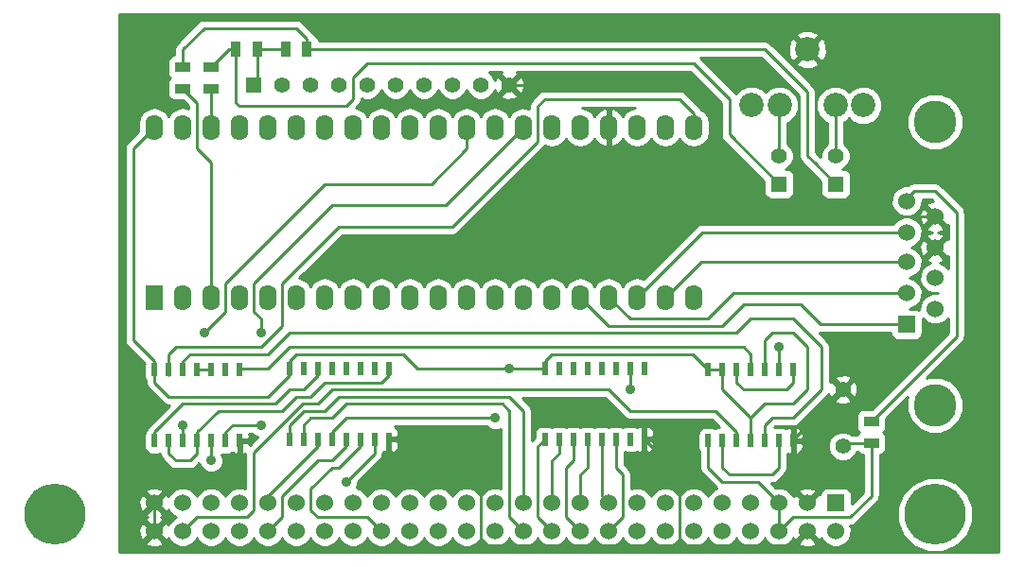
<source format=gtl>
G04 (created by PCBNEW (2013-07-07 BZR 4022)-stable) date 02/05/2014 20:54:29*
%MOIN*%
G04 Gerber Fmt 3.4, Leading zero omitted, Abs format*
%FSLAX34Y34*%
G01*
G70*
G90*
G04 APERTURE LIST*
%ADD10C,0.00590551*%
%ADD11R,0.02X0.045*%
%ADD12C,0.15*%
%ADD13R,0.06X0.06*%
%ADD14C,0.06*%
%ADD15C,0.0859*%
%ADD16R,0.055X0.035*%
%ADD17R,0.035X0.055*%
%ADD18C,0.215*%
%ADD19R,0.062X0.09*%
%ADD20O,0.062X0.09*%
%ADD21C,0.055*%
%ADD22R,0.055X0.055*%
%ADD23C,0.035*%
%ADD24C,0.01*%
G04 APERTURE END LIST*
G54D10*
G54D11*
X30375Y-21925D03*
X30875Y-21925D03*
X31375Y-21925D03*
X31875Y-21925D03*
X32375Y-21925D03*
X32875Y-21925D03*
X33375Y-21925D03*
X33375Y-19425D03*
X32875Y-19425D03*
X31875Y-19425D03*
X31375Y-19425D03*
X30875Y-19425D03*
X30375Y-19425D03*
X32375Y-19425D03*
G54D12*
X38375Y-20675D03*
X38375Y-10675D03*
G54D13*
X37375Y-17825D03*
G54D14*
X37375Y-16725D03*
X37375Y-15625D03*
X37375Y-14575D03*
X37375Y-13475D03*
X38375Y-14025D03*
X38375Y-15125D03*
X38375Y-16175D03*
X38375Y-17275D03*
G54D11*
X15625Y-19375D03*
X16625Y-19375D03*
X17125Y-19375D03*
X17625Y-19375D03*
X18125Y-19375D03*
X18625Y-19375D03*
X19125Y-19375D03*
X19125Y-21875D03*
X18625Y-21875D03*
X18125Y-21875D03*
X17625Y-21875D03*
X17125Y-21875D03*
X16625Y-21875D03*
X16125Y-21875D03*
X15625Y-21875D03*
X16125Y-19375D03*
G54D15*
X33875Y-8125D03*
X35843Y-10093D03*
X34859Y-10093D03*
X32891Y-10093D03*
X31907Y-10093D03*
G54D16*
X12875Y-9500D03*
X12875Y-8750D03*
X11875Y-8750D03*
X11875Y-9500D03*
G54D17*
X15500Y-8125D03*
X16250Y-8125D03*
X14500Y-8125D03*
X13750Y-8125D03*
G54D16*
X36125Y-22000D03*
X36125Y-21250D03*
G54D13*
X34875Y-24125D03*
G54D14*
X34875Y-25125D03*
X33875Y-24125D03*
X33875Y-25125D03*
X32875Y-24125D03*
X32875Y-25125D03*
X31875Y-24125D03*
X31875Y-25125D03*
X30875Y-24125D03*
X30875Y-25125D03*
X29875Y-24125D03*
X29875Y-25125D03*
X28875Y-24125D03*
X28875Y-25125D03*
X27875Y-24125D03*
X27875Y-25125D03*
X26875Y-24125D03*
X26875Y-25125D03*
X25875Y-24125D03*
X25875Y-25125D03*
G54D18*
X38375Y-24525D03*
G54D14*
X24875Y-24125D03*
X24875Y-25125D03*
X23875Y-24125D03*
X23875Y-25125D03*
X22875Y-24125D03*
X22875Y-25125D03*
X21875Y-24125D03*
X21875Y-25125D03*
X20875Y-24125D03*
X20875Y-25125D03*
X19875Y-24125D03*
X19875Y-25125D03*
X18875Y-24125D03*
X18875Y-25125D03*
X17875Y-24125D03*
X17875Y-25125D03*
X16875Y-24125D03*
X16875Y-25125D03*
X15875Y-24125D03*
X15875Y-25125D03*
X14875Y-24125D03*
X14875Y-25125D03*
X13875Y-24125D03*
X13875Y-25125D03*
X12875Y-24125D03*
X12875Y-25125D03*
X11875Y-24125D03*
X11875Y-25125D03*
X10875Y-24125D03*
X10875Y-25125D03*
G54D18*
X7375Y-24525D03*
G54D19*
X10875Y-16875D03*
G54D20*
X11875Y-16875D03*
X12875Y-16875D03*
X13875Y-16875D03*
X14875Y-16875D03*
X15875Y-16875D03*
X16875Y-16875D03*
X17875Y-16875D03*
X18875Y-16875D03*
X19875Y-16875D03*
X20875Y-16875D03*
X21875Y-16875D03*
X22875Y-16875D03*
X23875Y-16875D03*
X24875Y-16875D03*
X25875Y-16875D03*
X26875Y-16875D03*
X27875Y-16875D03*
X28875Y-16875D03*
X29875Y-16875D03*
X29875Y-10875D03*
X28875Y-10875D03*
X27875Y-10875D03*
X26875Y-10875D03*
X25875Y-10875D03*
X24875Y-10875D03*
X23875Y-10875D03*
X22875Y-10875D03*
X21875Y-10875D03*
X20875Y-10875D03*
X19875Y-10875D03*
X18875Y-10875D03*
X17875Y-10875D03*
X16875Y-10875D03*
X15875Y-10875D03*
X14875Y-10875D03*
X13875Y-10875D03*
X12875Y-10875D03*
X11875Y-10875D03*
X10875Y-10875D03*
G54D21*
X35125Y-22125D03*
X35125Y-20125D03*
G54D22*
X32875Y-12875D03*
G54D21*
X32875Y-11875D03*
G54D22*
X34875Y-12875D03*
G54D21*
X34875Y-11875D03*
G54D11*
X24625Y-19375D03*
X25625Y-19375D03*
X26125Y-19375D03*
X26625Y-19375D03*
X27125Y-19375D03*
X27625Y-19375D03*
X28125Y-19375D03*
X28125Y-21875D03*
X27625Y-21875D03*
X27125Y-21875D03*
X26625Y-21875D03*
X26125Y-21875D03*
X25625Y-21875D03*
X25125Y-21875D03*
X24625Y-21875D03*
X25125Y-19375D03*
X10875Y-21925D03*
X11375Y-21925D03*
X11875Y-21925D03*
X12375Y-21925D03*
X12875Y-21925D03*
X13375Y-21925D03*
X13875Y-21925D03*
X13875Y-19425D03*
X13375Y-19425D03*
X12375Y-19425D03*
X11875Y-19425D03*
X11375Y-19425D03*
X10875Y-19425D03*
X12875Y-19425D03*
G54D22*
X14375Y-9375D03*
G54D21*
X15375Y-9375D03*
X16375Y-9375D03*
X17375Y-9375D03*
X18375Y-9375D03*
X19375Y-9375D03*
X20375Y-9375D03*
X21375Y-9375D03*
X22375Y-9375D03*
X23375Y-9375D03*
G54D23*
X11875Y-21375D03*
X12625Y-18125D03*
X14625Y-21375D03*
X14625Y-18125D03*
X32875Y-18625D03*
X17625Y-23375D03*
X12875Y-22625D03*
X22875Y-21125D03*
X27625Y-20125D03*
X23375Y-19375D03*
G54D24*
X17625Y-22125D02*
X17125Y-22625D01*
X15375Y-23875D02*
X16625Y-22625D01*
X17125Y-22625D02*
X16875Y-22625D01*
X16625Y-22625D02*
X16875Y-22625D01*
X15375Y-23875D02*
X15375Y-23875D01*
X17625Y-21875D02*
X17625Y-22125D01*
X15375Y-24625D02*
X14875Y-25125D01*
X15375Y-23875D02*
X15375Y-24625D01*
X16375Y-23625D02*
X17125Y-22875D01*
X17375Y-22875D02*
X17125Y-22875D01*
X18125Y-22125D02*
X17375Y-22875D01*
X18125Y-22125D02*
X18125Y-21875D01*
X16625Y-24625D02*
X17625Y-24625D01*
X16375Y-24375D02*
X16625Y-24625D01*
X16375Y-23625D02*
X16375Y-24375D01*
X17625Y-24625D02*
X18375Y-24625D01*
X18875Y-25125D02*
X18375Y-24625D01*
X14875Y-23875D02*
X16375Y-22375D01*
X16375Y-22375D02*
X16625Y-22125D01*
X14875Y-24125D02*
X14875Y-23875D01*
X16375Y-22375D02*
X16375Y-22375D01*
X16625Y-22125D02*
X16625Y-21875D01*
X16875Y-20875D02*
X17375Y-20375D01*
X23375Y-20375D02*
X23875Y-20875D01*
X17375Y-20375D02*
X23375Y-20375D01*
X23875Y-23625D02*
X23875Y-20875D01*
X23875Y-24125D02*
X23875Y-23625D01*
X15625Y-21375D02*
X15625Y-21875D01*
X16875Y-20875D02*
X16125Y-20875D01*
X16125Y-20875D02*
X15625Y-21375D01*
X22625Y-20625D02*
X23125Y-20625D01*
X23375Y-20875D02*
X23375Y-21375D01*
X23125Y-20625D02*
X23375Y-20875D01*
X17125Y-21125D02*
X17625Y-20625D01*
X17625Y-20625D02*
X22625Y-20625D01*
X23375Y-23625D02*
X23375Y-21375D01*
X23375Y-23625D02*
X23375Y-24625D01*
X23375Y-24625D02*
X23875Y-25125D01*
X16125Y-21875D02*
X16125Y-21375D01*
X16375Y-21125D02*
X17125Y-21125D01*
X16125Y-21375D02*
X16375Y-21125D01*
X25125Y-21875D02*
X25125Y-22375D01*
X24875Y-22625D02*
X24875Y-24125D01*
X25125Y-22375D02*
X24875Y-22625D01*
X24875Y-25125D02*
X24375Y-24625D01*
X24375Y-22125D02*
X24625Y-21875D01*
X24375Y-24625D02*
X24375Y-22125D01*
X26125Y-21875D02*
X26125Y-22875D01*
X25875Y-23125D02*
X25875Y-24125D01*
X26125Y-22875D02*
X25875Y-23125D01*
X25375Y-22875D02*
X25625Y-22625D01*
X25625Y-22625D02*
X25625Y-22375D01*
X25625Y-21875D02*
X25625Y-22375D01*
X25375Y-24625D02*
X25875Y-25125D01*
X25375Y-22875D02*
X25375Y-24625D01*
X26625Y-21875D02*
X26625Y-23875D01*
X26625Y-23875D02*
X26875Y-24125D01*
X27125Y-21875D02*
X27125Y-22875D01*
X27375Y-24625D02*
X26875Y-25125D01*
X27375Y-23125D02*
X27375Y-24625D01*
X27125Y-22875D02*
X27375Y-23125D01*
X12875Y-16875D02*
X12875Y-12125D01*
X12375Y-10000D02*
X11875Y-9500D01*
X12375Y-11625D02*
X12375Y-10000D01*
X12875Y-12125D02*
X12375Y-11625D01*
X12875Y-10875D02*
X12875Y-9500D01*
X12625Y-18125D02*
X12625Y-18125D01*
X16875Y-12875D02*
X20625Y-12875D01*
X13375Y-16375D02*
X16875Y-12875D01*
X13375Y-17375D02*
X13375Y-16375D01*
X12625Y-18125D02*
X13375Y-17375D01*
X11875Y-21925D02*
X11875Y-21375D01*
X20625Y-12875D02*
X21875Y-11625D01*
X21875Y-11625D02*
X21875Y-10875D01*
X14625Y-18125D02*
X14625Y-17625D01*
X21125Y-13625D02*
X23375Y-11375D01*
X17125Y-13625D02*
X21125Y-13625D01*
X14375Y-16375D02*
X17125Y-13625D01*
X14375Y-17375D02*
X14375Y-16375D01*
X14625Y-17625D02*
X14375Y-17375D01*
X13375Y-21925D02*
X13375Y-21625D01*
X13625Y-21375D02*
X14625Y-21375D01*
X13375Y-21625D02*
X13625Y-21375D01*
X23375Y-11375D02*
X23875Y-10875D01*
X23375Y-11375D02*
X23375Y-11375D01*
X32875Y-19425D02*
X32875Y-18625D01*
X34375Y-18625D02*
X33375Y-17625D01*
X33125Y-21125D02*
X33375Y-21125D01*
X34375Y-20125D02*
X34375Y-18625D01*
X33375Y-21125D02*
X34375Y-20125D01*
X31375Y-18125D02*
X31875Y-17625D01*
X11875Y-19425D02*
X11875Y-19125D01*
X15625Y-18125D02*
X31375Y-18125D01*
X14875Y-18875D02*
X15625Y-18125D01*
X12125Y-18875D02*
X14875Y-18875D01*
X11875Y-19125D02*
X12125Y-18875D01*
X31875Y-17625D02*
X33375Y-17625D01*
X32375Y-21375D02*
X32375Y-21925D01*
X33125Y-21125D02*
X32625Y-21125D01*
X32625Y-21125D02*
X32375Y-21375D01*
X31875Y-19425D02*
X31875Y-18875D01*
X13875Y-19375D02*
X13875Y-19425D01*
X14875Y-19375D02*
X13875Y-19375D01*
X15625Y-18625D02*
X14875Y-19375D01*
X20375Y-18625D02*
X15625Y-18625D01*
X20375Y-18625D02*
X20375Y-18625D01*
X31625Y-18625D02*
X20375Y-18625D01*
X31875Y-18875D02*
X31625Y-18625D01*
X15500Y-8125D02*
X14500Y-8125D01*
X14500Y-8125D02*
X14500Y-9250D01*
X14500Y-9250D02*
X14375Y-9375D01*
X11375Y-19425D02*
X11375Y-18875D01*
X29875Y-10375D02*
X29875Y-10875D01*
X29375Y-9875D02*
X29875Y-10375D01*
X24625Y-9875D02*
X29375Y-9875D01*
X24375Y-10125D02*
X24625Y-9875D01*
X24375Y-11375D02*
X24375Y-10125D01*
X21375Y-14375D02*
X24375Y-11375D01*
X17375Y-14375D02*
X21375Y-14375D01*
X15375Y-16375D02*
X17375Y-14375D01*
X15375Y-17875D02*
X15375Y-16375D01*
X14625Y-18625D02*
X15375Y-17875D01*
X11625Y-18625D02*
X14625Y-18625D01*
X11375Y-18875D02*
X11625Y-18625D01*
X11375Y-19625D02*
X11375Y-19425D01*
X37375Y-15625D02*
X30125Y-15625D01*
X30125Y-15625D02*
X28875Y-16875D01*
X37375Y-14575D02*
X30175Y-14575D01*
X30175Y-14575D02*
X27875Y-16875D01*
X37375Y-16725D02*
X31275Y-16725D01*
X27625Y-17625D02*
X26875Y-16875D01*
X30375Y-17625D02*
X27625Y-17625D01*
X31275Y-16725D02*
X30375Y-17625D01*
X36125Y-17825D02*
X34325Y-17825D01*
X34325Y-17825D02*
X33625Y-17125D01*
X37375Y-17825D02*
X36125Y-17825D01*
X31625Y-17125D02*
X30875Y-17875D01*
X33625Y-17125D02*
X31625Y-17125D01*
X25875Y-16875D02*
X26875Y-17875D01*
X26875Y-17875D02*
X30875Y-17875D01*
X34875Y-11875D02*
X34875Y-10109D01*
X34875Y-10109D02*
X34859Y-10093D01*
X32875Y-11875D02*
X32875Y-10109D01*
X32875Y-10109D02*
X32891Y-10093D01*
X31125Y-21375D02*
X30625Y-20875D01*
X30625Y-20875D02*
X27625Y-20875D01*
X26875Y-20125D02*
X27625Y-20875D01*
X16625Y-20609D02*
X16640Y-20609D01*
X17125Y-20125D02*
X26875Y-20125D01*
X16640Y-20609D02*
X17125Y-20125D01*
X16108Y-20608D02*
X16625Y-20609D01*
X14375Y-22375D02*
X14375Y-22342D01*
X14375Y-22342D02*
X16108Y-20608D01*
X12375Y-24625D02*
X14125Y-24625D01*
X14375Y-24375D02*
X14375Y-22625D01*
X14125Y-24625D02*
X14375Y-24375D01*
X12375Y-24625D02*
X11875Y-25125D01*
X14375Y-22625D02*
X14375Y-22375D01*
X31125Y-21375D02*
X31375Y-21625D01*
X31125Y-21375D02*
X31125Y-21375D01*
X31125Y-21375D02*
X31125Y-21375D01*
X31375Y-21625D02*
X31125Y-21375D01*
X31375Y-21925D02*
X31375Y-21625D01*
X12875Y-23375D02*
X13875Y-22375D01*
X22375Y-25375D02*
X22625Y-25625D01*
X22625Y-25625D02*
X31125Y-25625D01*
X33875Y-25125D02*
X33375Y-25625D01*
X33375Y-25625D02*
X31125Y-25625D01*
X29625Y-25625D02*
X29375Y-25375D01*
X31125Y-25625D02*
X29875Y-25625D01*
X29875Y-25625D02*
X29625Y-25625D01*
X22375Y-23625D02*
X20625Y-21875D01*
X23375Y-9375D02*
X29875Y-9375D01*
X32775Y-14025D02*
X38375Y-14025D01*
X30625Y-11875D02*
X32775Y-14025D01*
X30625Y-10125D02*
X30625Y-11875D01*
X29875Y-9375D02*
X30625Y-10125D01*
X11625Y-23375D02*
X12875Y-23375D01*
X10875Y-24125D02*
X11625Y-23375D01*
X13875Y-21925D02*
X13875Y-22375D01*
X19125Y-21875D02*
X20625Y-21875D01*
X22375Y-23625D02*
X22375Y-25375D01*
X28125Y-21875D02*
X29375Y-23125D01*
X29375Y-23125D02*
X29375Y-25375D01*
X33375Y-21925D02*
X33375Y-21875D01*
X33375Y-21875D02*
X35125Y-20125D01*
X33375Y-21925D02*
X33375Y-23375D01*
X33375Y-23625D02*
X33875Y-24125D01*
X33375Y-23375D02*
X33375Y-23625D01*
X10875Y-25125D02*
X10875Y-24125D01*
X33375Y-19875D02*
X33125Y-20125D01*
X31375Y-19875D02*
X31625Y-20125D01*
X33375Y-19425D02*
X33375Y-19875D01*
X31375Y-19875D02*
X31375Y-19425D01*
X33125Y-20125D02*
X31625Y-20125D01*
X30875Y-21925D02*
X30875Y-22875D01*
X32875Y-22875D02*
X32875Y-21925D01*
X32625Y-23125D02*
X32875Y-22875D01*
X31125Y-23125D02*
X32625Y-23125D01*
X30875Y-22875D02*
X31125Y-23125D01*
X10875Y-21925D02*
X10875Y-21625D01*
X15125Y-20625D02*
X15625Y-20125D01*
X11875Y-20625D02*
X15125Y-20625D01*
X10875Y-21625D02*
X11875Y-20625D01*
X16625Y-19625D02*
X16625Y-19375D01*
X16125Y-20125D02*
X16625Y-19625D01*
X15625Y-20125D02*
X16125Y-20125D01*
X16375Y-20375D02*
X16875Y-19875D01*
X18875Y-19875D02*
X19125Y-19625D01*
X16875Y-19875D02*
X18875Y-19875D01*
X12375Y-21925D02*
X12375Y-21625D01*
X15375Y-20875D02*
X15875Y-20375D01*
X13125Y-20875D02*
X15375Y-20875D01*
X12375Y-21625D02*
X13125Y-20875D01*
X19125Y-19625D02*
X19125Y-19375D01*
X15875Y-20375D02*
X16375Y-20375D01*
X11375Y-21925D02*
X11375Y-22375D01*
X12375Y-22375D02*
X12375Y-21925D01*
X12125Y-22625D02*
X12375Y-22375D01*
X11625Y-22625D02*
X12125Y-22625D01*
X11375Y-22375D02*
X11625Y-22625D01*
X17625Y-23375D02*
X17625Y-23375D01*
X12875Y-21925D02*
X12875Y-22375D01*
X12875Y-22625D02*
X12875Y-22375D01*
X18625Y-22375D02*
X18625Y-21875D01*
X17625Y-23375D02*
X18625Y-22375D01*
X12375Y-19425D02*
X12875Y-19425D01*
X18375Y-8625D02*
X29875Y-8625D01*
X31125Y-11125D02*
X31125Y-9875D01*
X30625Y-9375D02*
X30625Y-9375D01*
X31125Y-9875D02*
X30625Y-9375D01*
X29875Y-8625D02*
X30625Y-9375D01*
X13750Y-8125D02*
X13750Y-10000D01*
X17875Y-9125D02*
X18375Y-8625D01*
X17875Y-9875D02*
X17875Y-9125D01*
X17625Y-10125D02*
X17875Y-9875D01*
X13875Y-10125D02*
X17625Y-10125D01*
X13750Y-10000D02*
X13875Y-10125D01*
X32875Y-12875D02*
X32875Y-12875D01*
X31125Y-11125D02*
X32875Y-12875D01*
X13750Y-8125D02*
X13500Y-8125D01*
X13500Y-8125D02*
X12875Y-8750D01*
X27625Y-19375D02*
X27625Y-20125D01*
X17125Y-21625D02*
X17125Y-21875D01*
X17625Y-21125D02*
X22625Y-21125D01*
X17125Y-21625D02*
X17625Y-21125D01*
X22625Y-21125D02*
X22875Y-21125D01*
X17375Y-8125D02*
X32375Y-8125D01*
X33875Y-11875D02*
X33875Y-9625D01*
X33125Y-8875D02*
X33125Y-8875D01*
X33875Y-9625D02*
X33125Y-8875D01*
X34875Y-12875D02*
X34125Y-12125D01*
X17375Y-8125D02*
X16250Y-8125D01*
X33125Y-8875D02*
X32375Y-8125D01*
X34125Y-12125D02*
X33875Y-11875D01*
X11875Y-8750D02*
X11875Y-8125D01*
X16250Y-7750D02*
X16250Y-8125D01*
X15875Y-7375D02*
X16250Y-7750D01*
X12625Y-7375D02*
X15875Y-7375D01*
X11875Y-8125D02*
X12625Y-7375D01*
X37375Y-13475D02*
X37375Y-13375D01*
X39125Y-18250D02*
X36125Y-21250D01*
X39125Y-13875D02*
X39125Y-18250D01*
X38375Y-13125D02*
X39125Y-13875D01*
X37625Y-13125D02*
X38375Y-13125D01*
X37375Y-13375D02*
X37625Y-13125D01*
X33875Y-18625D02*
X33375Y-18125D01*
X32875Y-25125D02*
X32875Y-24125D01*
X32875Y-25125D02*
X33375Y-24625D01*
X36125Y-23875D02*
X36125Y-22000D01*
X35375Y-24625D02*
X36125Y-23875D01*
X33375Y-24625D02*
X35375Y-24625D01*
X33375Y-20625D02*
X32375Y-20625D01*
X32375Y-18875D02*
X32375Y-18375D01*
X32375Y-19425D02*
X32375Y-18875D01*
X32625Y-18125D02*
X33375Y-18125D01*
X32375Y-18375D02*
X32625Y-18125D01*
X33875Y-18625D02*
X33875Y-20125D01*
X33875Y-20125D02*
X33375Y-20625D01*
X32375Y-20625D02*
X31875Y-21125D01*
X15625Y-19125D02*
X15875Y-18875D01*
X23375Y-19375D02*
X23375Y-19375D01*
X24875Y-18875D02*
X29825Y-18875D01*
X29825Y-18875D02*
X30375Y-19425D01*
X15625Y-19375D02*
X15625Y-19625D01*
X14875Y-20375D02*
X14125Y-20375D01*
X15625Y-19625D02*
X14875Y-20375D01*
X10875Y-19425D02*
X10875Y-19875D01*
X11375Y-20375D02*
X14125Y-20375D01*
X10875Y-19875D02*
X11375Y-20375D01*
X30375Y-21925D02*
X30375Y-22875D01*
X30375Y-22875D02*
X30875Y-23375D01*
X30875Y-23375D02*
X32125Y-23375D01*
X32125Y-23375D02*
X32875Y-24125D01*
X30875Y-19425D02*
X30875Y-20125D01*
X31875Y-21125D02*
X31875Y-21925D01*
X30875Y-20125D02*
X31875Y-21125D01*
X36125Y-22000D02*
X35250Y-22000D01*
X35250Y-22000D02*
X35125Y-22125D01*
X24625Y-19125D02*
X24875Y-18875D01*
X24625Y-19375D02*
X24625Y-19125D01*
X10875Y-19425D02*
X10875Y-19125D01*
X10125Y-11625D02*
X10875Y-10875D01*
X10125Y-18375D02*
X10125Y-11625D01*
X10875Y-19125D02*
X10125Y-18375D01*
X24625Y-19375D02*
X23375Y-19375D01*
X23375Y-19375D02*
X20125Y-19375D01*
X19625Y-18875D02*
X15875Y-18875D01*
X20125Y-19375D02*
X19625Y-18875D01*
X15625Y-19125D02*
X15625Y-19375D01*
X10875Y-19425D02*
X10875Y-19125D01*
X30875Y-19425D02*
X30375Y-19425D01*
G54D10*
G36*
X23075Y-23612D02*
X22984Y-23575D01*
X22766Y-23574D01*
X22563Y-23658D01*
X22409Y-23813D01*
X22375Y-23894D01*
X22341Y-23813D01*
X22186Y-23659D01*
X21984Y-23575D01*
X21766Y-23574D01*
X21563Y-23658D01*
X21409Y-23813D01*
X21375Y-23894D01*
X21341Y-23813D01*
X21186Y-23659D01*
X20984Y-23575D01*
X20766Y-23574D01*
X20563Y-23658D01*
X20409Y-23813D01*
X20375Y-23894D01*
X20341Y-23813D01*
X20186Y-23659D01*
X19984Y-23575D01*
X19766Y-23574D01*
X19563Y-23658D01*
X19475Y-23747D01*
X19475Y-22050D01*
X19475Y-21987D01*
X19412Y-21925D01*
X19175Y-21925D01*
X19175Y-22287D01*
X19237Y-22350D01*
X19274Y-22350D01*
X19366Y-22312D01*
X19436Y-22241D01*
X19474Y-22149D01*
X19475Y-22050D01*
X19475Y-23747D01*
X19409Y-23813D01*
X19375Y-23894D01*
X19341Y-23813D01*
X19186Y-23659D01*
X18984Y-23575D01*
X18766Y-23574D01*
X18563Y-23658D01*
X18409Y-23813D01*
X18375Y-23894D01*
X18341Y-23813D01*
X18186Y-23659D01*
X17999Y-23581D01*
X18049Y-23459D01*
X18050Y-23374D01*
X18837Y-22587D01*
X18837Y-22587D01*
X18902Y-22489D01*
X18924Y-22375D01*
X18925Y-22375D01*
X18925Y-22329D01*
X18975Y-22350D01*
X19012Y-22350D01*
X19075Y-22287D01*
X19075Y-21925D01*
X19067Y-21925D01*
X19067Y-21825D01*
X19075Y-21825D01*
X19075Y-21817D01*
X19175Y-21817D01*
X19175Y-21825D01*
X19412Y-21825D01*
X19475Y-21762D01*
X19475Y-21699D01*
X19474Y-21600D01*
X19436Y-21508D01*
X19366Y-21437D01*
X19335Y-21425D01*
X22573Y-21425D01*
X22633Y-21485D01*
X22790Y-21549D01*
X22959Y-21550D01*
X23075Y-21502D01*
X23075Y-23612D01*
X23075Y-23612D01*
G37*
G54D24*
X23075Y-23612D02*
X22984Y-23575D01*
X22766Y-23574D01*
X22563Y-23658D01*
X22409Y-23813D01*
X22375Y-23894D01*
X22341Y-23813D01*
X22186Y-23659D01*
X21984Y-23575D01*
X21766Y-23574D01*
X21563Y-23658D01*
X21409Y-23813D01*
X21375Y-23894D01*
X21341Y-23813D01*
X21186Y-23659D01*
X20984Y-23575D01*
X20766Y-23574D01*
X20563Y-23658D01*
X20409Y-23813D01*
X20375Y-23894D01*
X20341Y-23813D01*
X20186Y-23659D01*
X19984Y-23575D01*
X19766Y-23574D01*
X19563Y-23658D01*
X19475Y-23747D01*
X19475Y-22050D01*
X19475Y-21987D01*
X19412Y-21925D01*
X19175Y-21925D01*
X19175Y-22287D01*
X19237Y-22350D01*
X19274Y-22350D01*
X19366Y-22312D01*
X19436Y-22241D01*
X19474Y-22149D01*
X19475Y-22050D01*
X19475Y-23747D01*
X19409Y-23813D01*
X19375Y-23894D01*
X19341Y-23813D01*
X19186Y-23659D01*
X18984Y-23575D01*
X18766Y-23574D01*
X18563Y-23658D01*
X18409Y-23813D01*
X18375Y-23894D01*
X18341Y-23813D01*
X18186Y-23659D01*
X17999Y-23581D01*
X18049Y-23459D01*
X18050Y-23374D01*
X18837Y-22587D01*
X18837Y-22587D01*
X18902Y-22489D01*
X18924Y-22375D01*
X18925Y-22375D01*
X18925Y-22329D01*
X18975Y-22350D01*
X19012Y-22350D01*
X19075Y-22287D01*
X19075Y-21925D01*
X19067Y-21925D01*
X19067Y-21825D01*
X19075Y-21825D01*
X19075Y-21817D01*
X19175Y-21817D01*
X19175Y-21825D01*
X19412Y-21825D01*
X19475Y-21762D01*
X19475Y-21699D01*
X19474Y-21600D01*
X19436Y-21508D01*
X19366Y-21437D01*
X19335Y-21425D01*
X22573Y-21425D01*
X22633Y-21485D01*
X22790Y-21549D01*
X22959Y-21550D01*
X23075Y-21502D01*
X23075Y-23612D01*
G54D10*
G36*
X30775Y-21449D02*
X30725Y-21449D01*
X30633Y-21487D01*
X30625Y-21496D01*
X30616Y-21488D01*
X30524Y-21450D01*
X30425Y-21449D01*
X30225Y-21449D01*
X30133Y-21487D01*
X30063Y-21558D01*
X30025Y-21650D01*
X30024Y-21749D01*
X30024Y-22199D01*
X30062Y-22291D01*
X30075Y-22303D01*
X30075Y-22875D01*
X30097Y-22989D01*
X30162Y-23087D01*
X30662Y-23587D01*
X30662Y-23587D01*
X30690Y-23605D01*
X30563Y-23658D01*
X30409Y-23813D01*
X30375Y-23894D01*
X30341Y-23813D01*
X30186Y-23659D01*
X29984Y-23575D01*
X29766Y-23574D01*
X29563Y-23658D01*
X29409Y-23813D01*
X29375Y-23894D01*
X29341Y-23813D01*
X29186Y-23659D01*
X28984Y-23575D01*
X28766Y-23574D01*
X28563Y-23658D01*
X28475Y-23747D01*
X28475Y-22050D01*
X28475Y-21699D01*
X28474Y-21600D01*
X28436Y-21508D01*
X28366Y-21437D01*
X28274Y-21399D01*
X28237Y-21400D01*
X28175Y-21462D01*
X28175Y-21825D01*
X28412Y-21825D01*
X28475Y-21762D01*
X28475Y-21699D01*
X28475Y-22050D01*
X28475Y-21987D01*
X28412Y-21925D01*
X28175Y-21925D01*
X28175Y-22287D01*
X28237Y-22350D01*
X28274Y-22350D01*
X28366Y-22312D01*
X28436Y-22241D01*
X28474Y-22149D01*
X28475Y-22050D01*
X28475Y-23747D01*
X28409Y-23813D01*
X28375Y-23894D01*
X28341Y-23813D01*
X28186Y-23659D01*
X27984Y-23575D01*
X27766Y-23574D01*
X27675Y-23612D01*
X27675Y-23125D01*
X27652Y-23010D01*
X27587Y-22912D01*
X27587Y-22912D01*
X27425Y-22750D01*
X27425Y-22329D01*
X27475Y-22349D01*
X27574Y-22350D01*
X27774Y-22350D01*
X27866Y-22312D01*
X27875Y-22303D01*
X27883Y-22312D01*
X27975Y-22350D01*
X28012Y-22350D01*
X28075Y-22287D01*
X28075Y-21925D01*
X28067Y-21925D01*
X28067Y-21825D01*
X28075Y-21825D01*
X28075Y-21462D01*
X28012Y-21400D01*
X27975Y-21399D01*
X27883Y-21437D01*
X27875Y-21446D01*
X27866Y-21438D01*
X27774Y-21400D01*
X27675Y-21399D01*
X27475Y-21399D01*
X27383Y-21437D01*
X27375Y-21446D01*
X27366Y-21438D01*
X27274Y-21400D01*
X27175Y-21399D01*
X26975Y-21399D01*
X26883Y-21437D01*
X26875Y-21446D01*
X26866Y-21438D01*
X26774Y-21400D01*
X26675Y-21399D01*
X26475Y-21399D01*
X26383Y-21437D01*
X26375Y-21446D01*
X26366Y-21438D01*
X26274Y-21400D01*
X26175Y-21399D01*
X25975Y-21399D01*
X25883Y-21437D01*
X25875Y-21446D01*
X25866Y-21438D01*
X25774Y-21400D01*
X25675Y-21399D01*
X25475Y-21399D01*
X25383Y-21437D01*
X25375Y-21446D01*
X25366Y-21438D01*
X25274Y-21400D01*
X25175Y-21399D01*
X24975Y-21399D01*
X24883Y-21437D01*
X24875Y-21446D01*
X24866Y-21438D01*
X24774Y-21400D01*
X24675Y-21399D01*
X24475Y-21399D01*
X24383Y-21437D01*
X24313Y-21508D01*
X24275Y-21600D01*
X24274Y-21699D01*
X24274Y-21800D01*
X24175Y-21900D01*
X24175Y-20875D01*
X24152Y-20760D01*
X24087Y-20662D01*
X24087Y-20662D01*
X23849Y-20425D01*
X26750Y-20425D01*
X27412Y-21087D01*
X27412Y-21087D01*
X27510Y-21152D01*
X27624Y-21174D01*
X27625Y-21175D01*
X30500Y-21175D01*
X30775Y-21449D01*
X30775Y-21449D01*
G37*
G54D24*
X30775Y-21449D02*
X30725Y-21449D01*
X30633Y-21487D01*
X30625Y-21496D01*
X30616Y-21488D01*
X30524Y-21450D01*
X30425Y-21449D01*
X30225Y-21449D01*
X30133Y-21487D01*
X30063Y-21558D01*
X30025Y-21650D01*
X30024Y-21749D01*
X30024Y-22199D01*
X30062Y-22291D01*
X30075Y-22303D01*
X30075Y-22875D01*
X30097Y-22989D01*
X30162Y-23087D01*
X30662Y-23587D01*
X30662Y-23587D01*
X30690Y-23605D01*
X30563Y-23658D01*
X30409Y-23813D01*
X30375Y-23894D01*
X30341Y-23813D01*
X30186Y-23659D01*
X29984Y-23575D01*
X29766Y-23574D01*
X29563Y-23658D01*
X29409Y-23813D01*
X29375Y-23894D01*
X29341Y-23813D01*
X29186Y-23659D01*
X28984Y-23575D01*
X28766Y-23574D01*
X28563Y-23658D01*
X28475Y-23747D01*
X28475Y-22050D01*
X28475Y-21699D01*
X28474Y-21600D01*
X28436Y-21508D01*
X28366Y-21437D01*
X28274Y-21399D01*
X28237Y-21400D01*
X28175Y-21462D01*
X28175Y-21825D01*
X28412Y-21825D01*
X28475Y-21762D01*
X28475Y-21699D01*
X28475Y-22050D01*
X28475Y-21987D01*
X28412Y-21925D01*
X28175Y-21925D01*
X28175Y-22287D01*
X28237Y-22350D01*
X28274Y-22350D01*
X28366Y-22312D01*
X28436Y-22241D01*
X28474Y-22149D01*
X28475Y-22050D01*
X28475Y-23747D01*
X28409Y-23813D01*
X28375Y-23894D01*
X28341Y-23813D01*
X28186Y-23659D01*
X27984Y-23575D01*
X27766Y-23574D01*
X27675Y-23612D01*
X27675Y-23125D01*
X27652Y-23010D01*
X27587Y-22912D01*
X27587Y-22912D01*
X27425Y-22750D01*
X27425Y-22329D01*
X27475Y-22349D01*
X27574Y-22350D01*
X27774Y-22350D01*
X27866Y-22312D01*
X27875Y-22303D01*
X27883Y-22312D01*
X27975Y-22350D01*
X28012Y-22350D01*
X28075Y-22287D01*
X28075Y-21925D01*
X28067Y-21925D01*
X28067Y-21825D01*
X28075Y-21825D01*
X28075Y-21462D01*
X28012Y-21400D01*
X27975Y-21399D01*
X27883Y-21437D01*
X27875Y-21446D01*
X27866Y-21438D01*
X27774Y-21400D01*
X27675Y-21399D01*
X27475Y-21399D01*
X27383Y-21437D01*
X27375Y-21446D01*
X27366Y-21438D01*
X27274Y-21400D01*
X27175Y-21399D01*
X26975Y-21399D01*
X26883Y-21437D01*
X26875Y-21446D01*
X26866Y-21438D01*
X26774Y-21400D01*
X26675Y-21399D01*
X26475Y-21399D01*
X26383Y-21437D01*
X26375Y-21446D01*
X26366Y-21438D01*
X26274Y-21400D01*
X26175Y-21399D01*
X25975Y-21399D01*
X25883Y-21437D01*
X25875Y-21446D01*
X25866Y-21438D01*
X25774Y-21400D01*
X25675Y-21399D01*
X25475Y-21399D01*
X25383Y-21437D01*
X25375Y-21446D01*
X25366Y-21438D01*
X25274Y-21400D01*
X25175Y-21399D01*
X24975Y-21399D01*
X24883Y-21437D01*
X24875Y-21446D01*
X24866Y-21438D01*
X24774Y-21400D01*
X24675Y-21399D01*
X24475Y-21399D01*
X24383Y-21437D01*
X24313Y-21508D01*
X24275Y-21600D01*
X24274Y-21699D01*
X24274Y-21800D01*
X24175Y-21900D01*
X24175Y-20875D01*
X24152Y-20760D01*
X24087Y-20662D01*
X24087Y-20662D01*
X23849Y-20425D01*
X26750Y-20425D01*
X27412Y-21087D01*
X27412Y-21087D01*
X27510Y-21152D01*
X27624Y-21174D01*
X27625Y-21175D01*
X30500Y-21175D01*
X30775Y-21449D01*
G54D10*
G36*
X38825Y-15847D02*
X38686Y-15709D01*
X38551Y-15652D01*
X38662Y-15606D01*
X38690Y-15510D01*
X38375Y-15195D01*
X38304Y-15266D01*
X38304Y-15125D01*
X37989Y-14809D01*
X37893Y-14837D01*
X37820Y-15043D01*
X37831Y-15261D01*
X37893Y-15412D01*
X37989Y-15440D01*
X38304Y-15125D01*
X38304Y-15266D01*
X38059Y-15510D01*
X38087Y-15606D01*
X38207Y-15649D01*
X38063Y-15708D01*
X37909Y-15863D01*
X37825Y-16065D01*
X37824Y-16283D01*
X37908Y-16486D01*
X38063Y-16640D01*
X38265Y-16724D01*
X38483Y-16725D01*
X38266Y-16724D01*
X38063Y-16808D01*
X37909Y-16963D01*
X37825Y-17165D01*
X37824Y-17321D01*
X37816Y-17313D01*
X37724Y-17275D01*
X37625Y-17274D01*
X37484Y-17274D01*
X37686Y-17191D01*
X37840Y-17036D01*
X37924Y-16834D01*
X37925Y-16616D01*
X37841Y-16413D01*
X37686Y-16259D01*
X37484Y-16175D01*
X37483Y-16175D01*
X37686Y-16091D01*
X37840Y-15936D01*
X37924Y-15734D01*
X37925Y-15516D01*
X37841Y-15313D01*
X37686Y-15159D01*
X37544Y-15099D01*
X37686Y-15041D01*
X37840Y-14886D01*
X37924Y-14684D01*
X37925Y-14466D01*
X37841Y-14263D01*
X37686Y-14109D01*
X37484Y-14025D01*
X37483Y-14025D01*
X37686Y-13941D01*
X37840Y-13786D01*
X37924Y-13584D01*
X37925Y-13425D01*
X38250Y-13425D01*
X38303Y-13477D01*
X38238Y-13481D01*
X38087Y-13543D01*
X38059Y-13639D01*
X38375Y-13954D01*
X38380Y-13948D01*
X38451Y-14019D01*
X38445Y-14025D01*
X38760Y-14340D01*
X38825Y-14321D01*
X38825Y-14828D01*
X38760Y-14809D01*
X38690Y-14880D01*
X38690Y-14739D01*
X38662Y-14643D01*
X38460Y-14571D01*
X38511Y-14568D01*
X38662Y-14506D01*
X38690Y-14410D01*
X38375Y-14095D01*
X38304Y-14166D01*
X38304Y-14025D01*
X37989Y-13709D01*
X37893Y-13737D01*
X37820Y-13943D01*
X37831Y-14161D01*
X37893Y-14312D01*
X37989Y-14340D01*
X38304Y-14025D01*
X38304Y-14166D01*
X38059Y-14410D01*
X38087Y-14506D01*
X38289Y-14578D01*
X38238Y-14581D01*
X38087Y-14643D01*
X38059Y-14739D01*
X38375Y-15054D01*
X38690Y-14739D01*
X38690Y-14880D01*
X38445Y-15125D01*
X38760Y-15440D01*
X38825Y-15421D01*
X38825Y-15847D01*
X38825Y-15847D01*
G37*
G54D24*
X38825Y-15847D02*
X38686Y-15709D01*
X38551Y-15652D01*
X38662Y-15606D01*
X38690Y-15510D01*
X38375Y-15195D01*
X38304Y-15266D01*
X38304Y-15125D01*
X37989Y-14809D01*
X37893Y-14837D01*
X37820Y-15043D01*
X37831Y-15261D01*
X37893Y-15412D01*
X37989Y-15440D01*
X38304Y-15125D01*
X38304Y-15266D01*
X38059Y-15510D01*
X38087Y-15606D01*
X38207Y-15649D01*
X38063Y-15708D01*
X37909Y-15863D01*
X37825Y-16065D01*
X37824Y-16283D01*
X37908Y-16486D01*
X38063Y-16640D01*
X38265Y-16724D01*
X38483Y-16725D01*
X38266Y-16724D01*
X38063Y-16808D01*
X37909Y-16963D01*
X37825Y-17165D01*
X37824Y-17321D01*
X37816Y-17313D01*
X37724Y-17275D01*
X37625Y-17274D01*
X37484Y-17274D01*
X37686Y-17191D01*
X37840Y-17036D01*
X37924Y-16834D01*
X37925Y-16616D01*
X37841Y-16413D01*
X37686Y-16259D01*
X37484Y-16175D01*
X37483Y-16175D01*
X37686Y-16091D01*
X37840Y-15936D01*
X37924Y-15734D01*
X37925Y-15516D01*
X37841Y-15313D01*
X37686Y-15159D01*
X37544Y-15099D01*
X37686Y-15041D01*
X37840Y-14886D01*
X37924Y-14684D01*
X37925Y-14466D01*
X37841Y-14263D01*
X37686Y-14109D01*
X37484Y-14025D01*
X37483Y-14025D01*
X37686Y-13941D01*
X37840Y-13786D01*
X37924Y-13584D01*
X37925Y-13425D01*
X38250Y-13425D01*
X38303Y-13477D01*
X38238Y-13481D01*
X38087Y-13543D01*
X38059Y-13639D01*
X38375Y-13954D01*
X38380Y-13948D01*
X38451Y-14019D01*
X38445Y-14025D01*
X38760Y-14340D01*
X38825Y-14321D01*
X38825Y-14828D01*
X38760Y-14809D01*
X38690Y-14880D01*
X38690Y-14739D01*
X38662Y-14643D01*
X38460Y-14571D01*
X38511Y-14568D01*
X38662Y-14506D01*
X38690Y-14410D01*
X38375Y-14095D01*
X38304Y-14166D01*
X38304Y-14025D01*
X37989Y-13709D01*
X37893Y-13737D01*
X37820Y-13943D01*
X37831Y-14161D01*
X37893Y-14312D01*
X37989Y-14340D01*
X38304Y-14025D01*
X38304Y-14166D01*
X38059Y-14410D01*
X38087Y-14506D01*
X38289Y-14578D01*
X38238Y-14581D01*
X38087Y-14643D01*
X38059Y-14739D01*
X38375Y-15054D01*
X38690Y-14739D01*
X38690Y-14880D01*
X38445Y-15125D01*
X38760Y-15440D01*
X38825Y-15421D01*
X38825Y-15847D01*
G54D10*
G36*
X38825Y-18125D02*
X36125Y-20824D01*
X35800Y-20824D01*
X35708Y-20862D01*
X35654Y-20916D01*
X35654Y-20200D01*
X35643Y-19992D01*
X35585Y-19852D01*
X35492Y-19827D01*
X35422Y-19898D01*
X35422Y-19757D01*
X35397Y-19664D01*
X35200Y-19595D01*
X34992Y-19606D01*
X34852Y-19664D01*
X34827Y-19757D01*
X35125Y-20054D01*
X35422Y-19757D01*
X35422Y-19898D01*
X35195Y-20125D01*
X35492Y-20422D01*
X35585Y-20397D01*
X35654Y-20200D01*
X35654Y-20916D01*
X35638Y-20933D01*
X35600Y-21025D01*
X35599Y-21124D01*
X35599Y-21474D01*
X35637Y-21566D01*
X35696Y-21625D01*
X35638Y-21683D01*
X35631Y-21700D01*
X35442Y-21700D01*
X35422Y-21680D01*
X35422Y-21679D01*
X35422Y-20492D01*
X35125Y-20195D01*
X34827Y-20492D01*
X34852Y-20585D01*
X35049Y-20654D01*
X35257Y-20643D01*
X35397Y-20585D01*
X35422Y-20492D01*
X35422Y-21679D01*
X35229Y-21600D01*
X35021Y-21599D01*
X34828Y-21679D01*
X34680Y-21827D01*
X34600Y-22020D01*
X34599Y-22228D01*
X34679Y-22422D01*
X34827Y-22569D01*
X35020Y-22649D01*
X35228Y-22650D01*
X35422Y-22570D01*
X35569Y-22422D01*
X35620Y-22300D01*
X35631Y-22300D01*
X35637Y-22316D01*
X35708Y-22386D01*
X35800Y-22424D01*
X35825Y-22424D01*
X35825Y-23750D01*
X35425Y-24150D01*
X35425Y-23775D01*
X35387Y-23683D01*
X35316Y-23613D01*
X35224Y-23575D01*
X35125Y-23574D01*
X34525Y-23574D01*
X34433Y-23612D01*
X34363Y-23683D01*
X34325Y-23775D01*
X34324Y-23828D01*
X34260Y-23809D01*
X34190Y-23880D01*
X34190Y-23739D01*
X34162Y-23643D01*
X33956Y-23570D01*
X33738Y-23581D01*
X33725Y-23586D01*
X33725Y-22100D01*
X33725Y-21749D01*
X33724Y-21650D01*
X33686Y-21558D01*
X33616Y-21487D01*
X33524Y-21449D01*
X33487Y-21450D01*
X33425Y-21512D01*
X33425Y-21875D01*
X33662Y-21875D01*
X33725Y-21812D01*
X33725Y-21749D01*
X33725Y-22100D01*
X33725Y-22037D01*
X33662Y-21975D01*
X33425Y-21975D01*
X33425Y-22337D01*
X33487Y-22400D01*
X33524Y-22400D01*
X33616Y-22362D01*
X33686Y-22291D01*
X33724Y-22199D01*
X33725Y-22100D01*
X33725Y-23586D01*
X33587Y-23643D01*
X33559Y-23739D01*
X33875Y-24054D01*
X34190Y-23739D01*
X34190Y-23880D01*
X33945Y-24125D01*
X33951Y-24130D01*
X33880Y-24201D01*
X33875Y-24195D01*
X33869Y-24201D01*
X33798Y-24130D01*
X33804Y-24125D01*
X33489Y-23809D01*
X33393Y-23837D01*
X33374Y-23892D01*
X33341Y-23813D01*
X33186Y-23659D01*
X32984Y-23575D01*
X32766Y-23574D01*
X32754Y-23579D01*
X32599Y-23425D01*
X32625Y-23425D01*
X32625Y-23424D01*
X32739Y-23402D01*
X32739Y-23402D01*
X32837Y-23337D01*
X33087Y-23087D01*
X33087Y-23087D01*
X33152Y-22989D01*
X33174Y-22875D01*
X33175Y-22875D01*
X33175Y-22379D01*
X33225Y-22400D01*
X33262Y-22400D01*
X33325Y-22337D01*
X33325Y-21975D01*
X33317Y-21975D01*
X33317Y-21875D01*
X33325Y-21875D01*
X33325Y-21512D01*
X33262Y-21450D01*
X33225Y-21449D01*
X33133Y-21487D01*
X33125Y-21496D01*
X33116Y-21488D01*
X33024Y-21450D01*
X32925Y-21449D01*
X32725Y-21449D01*
X32723Y-21450D01*
X32749Y-21425D01*
X33125Y-21425D01*
X33375Y-21425D01*
X33375Y-21424D01*
X33489Y-21402D01*
X33489Y-21402D01*
X33587Y-21337D01*
X34587Y-20337D01*
X34587Y-20337D01*
X34619Y-20288D01*
X34664Y-20397D01*
X34757Y-20422D01*
X35054Y-20125D01*
X34757Y-19827D01*
X34675Y-19849D01*
X34675Y-18625D01*
X34652Y-18510D01*
X34587Y-18412D01*
X34587Y-18412D01*
X34292Y-18118D01*
X34324Y-18124D01*
X34325Y-18125D01*
X36125Y-18125D01*
X36824Y-18125D01*
X36824Y-18174D01*
X36862Y-18266D01*
X36933Y-18336D01*
X37025Y-18374D01*
X37124Y-18375D01*
X37724Y-18375D01*
X37816Y-18337D01*
X37886Y-18266D01*
X37924Y-18174D01*
X37925Y-18075D01*
X37925Y-17602D01*
X38063Y-17740D01*
X38265Y-17824D01*
X38483Y-17825D01*
X38686Y-17741D01*
X38825Y-17602D01*
X38825Y-18125D01*
X38825Y-18125D01*
G37*
G54D24*
X38825Y-18125D02*
X36125Y-20824D01*
X35800Y-20824D01*
X35708Y-20862D01*
X35654Y-20916D01*
X35654Y-20200D01*
X35643Y-19992D01*
X35585Y-19852D01*
X35492Y-19827D01*
X35422Y-19898D01*
X35422Y-19757D01*
X35397Y-19664D01*
X35200Y-19595D01*
X34992Y-19606D01*
X34852Y-19664D01*
X34827Y-19757D01*
X35125Y-20054D01*
X35422Y-19757D01*
X35422Y-19898D01*
X35195Y-20125D01*
X35492Y-20422D01*
X35585Y-20397D01*
X35654Y-20200D01*
X35654Y-20916D01*
X35638Y-20933D01*
X35600Y-21025D01*
X35599Y-21124D01*
X35599Y-21474D01*
X35637Y-21566D01*
X35696Y-21625D01*
X35638Y-21683D01*
X35631Y-21700D01*
X35442Y-21700D01*
X35422Y-21680D01*
X35422Y-21679D01*
X35422Y-20492D01*
X35125Y-20195D01*
X34827Y-20492D01*
X34852Y-20585D01*
X35049Y-20654D01*
X35257Y-20643D01*
X35397Y-20585D01*
X35422Y-20492D01*
X35422Y-21679D01*
X35229Y-21600D01*
X35021Y-21599D01*
X34828Y-21679D01*
X34680Y-21827D01*
X34600Y-22020D01*
X34599Y-22228D01*
X34679Y-22422D01*
X34827Y-22569D01*
X35020Y-22649D01*
X35228Y-22650D01*
X35422Y-22570D01*
X35569Y-22422D01*
X35620Y-22300D01*
X35631Y-22300D01*
X35637Y-22316D01*
X35708Y-22386D01*
X35800Y-22424D01*
X35825Y-22424D01*
X35825Y-23750D01*
X35425Y-24150D01*
X35425Y-23775D01*
X35387Y-23683D01*
X35316Y-23613D01*
X35224Y-23575D01*
X35125Y-23574D01*
X34525Y-23574D01*
X34433Y-23612D01*
X34363Y-23683D01*
X34325Y-23775D01*
X34324Y-23828D01*
X34260Y-23809D01*
X34190Y-23880D01*
X34190Y-23739D01*
X34162Y-23643D01*
X33956Y-23570D01*
X33738Y-23581D01*
X33725Y-23586D01*
X33725Y-22100D01*
X33725Y-21749D01*
X33724Y-21650D01*
X33686Y-21558D01*
X33616Y-21487D01*
X33524Y-21449D01*
X33487Y-21450D01*
X33425Y-21512D01*
X33425Y-21875D01*
X33662Y-21875D01*
X33725Y-21812D01*
X33725Y-21749D01*
X33725Y-22100D01*
X33725Y-22037D01*
X33662Y-21975D01*
X33425Y-21975D01*
X33425Y-22337D01*
X33487Y-22400D01*
X33524Y-22400D01*
X33616Y-22362D01*
X33686Y-22291D01*
X33724Y-22199D01*
X33725Y-22100D01*
X33725Y-23586D01*
X33587Y-23643D01*
X33559Y-23739D01*
X33875Y-24054D01*
X34190Y-23739D01*
X34190Y-23880D01*
X33945Y-24125D01*
X33951Y-24130D01*
X33880Y-24201D01*
X33875Y-24195D01*
X33869Y-24201D01*
X33798Y-24130D01*
X33804Y-24125D01*
X33489Y-23809D01*
X33393Y-23837D01*
X33374Y-23892D01*
X33341Y-23813D01*
X33186Y-23659D01*
X32984Y-23575D01*
X32766Y-23574D01*
X32754Y-23579D01*
X32599Y-23425D01*
X32625Y-23425D01*
X32625Y-23424D01*
X32739Y-23402D01*
X32739Y-23402D01*
X32837Y-23337D01*
X33087Y-23087D01*
X33087Y-23087D01*
X33152Y-22989D01*
X33174Y-22875D01*
X33175Y-22875D01*
X33175Y-22379D01*
X33225Y-22400D01*
X33262Y-22400D01*
X33325Y-22337D01*
X33325Y-21975D01*
X33317Y-21975D01*
X33317Y-21875D01*
X33325Y-21875D01*
X33325Y-21512D01*
X33262Y-21450D01*
X33225Y-21449D01*
X33133Y-21487D01*
X33125Y-21496D01*
X33116Y-21488D01*
X33024Y-21450D01*
X32925Y-21449D01*
X32725Y-21449D01*
X32723Y-21450D01*
X32749Y-21425D01*
X33125Y-21425D01*
X33375Y-21425D01*
X33375Y-21424D01*
X33489Y-21402D01*
X33489Y-21402D01*
X33587Y-21337D01*
X34587Y-20337D01*
X34587Y-20337D01*
X34619Y-20288D01*
X34664Y-20397D01*
X34757Y-20422D01*
X35054Y-20125D01*
X34757Y-19827D01*
X34675Y-19849D01*
X34675Y-18625D01*
X34652Y-18510D01*
X34587Y-18412D01*
X34587Y-18412D01*
X34292Y-18118D01*
X34324Y-18124D01*
X34325Y-18125D01*
X36125Y-18125D01*
X36824Y-18125D01*
X36824Y-18174D01*
X36862Y-18266D01*
X36933Y-18336D01*
X37025Y-18374D01*
X37124Y-18375D01*
X37724Y-18375D01*
X37816Y-18337D01*
X37886Y-18266D01*
X37924Y-18174D01*
X37925Y-18075D01*
X37925Y-17602D01*
X38063Y-17740D01*
X38265Y-17824D01*
X38483Y-17825D01*
X38686Y-17741D01*
X38825Y-17602D01*
X38825Y-18125D01*
G54D10*
G36*
X40605Y-25855D02*
X39700Y-25855D01*
X39700Y-24262D01*
X39498Y-23775D01*
X39425Y-23701D01*
X39425Y-18250D01*
X39425Y-13875D01*
X39424Y-13874D01*
X39402Y-13760D01*
X39375Y-13719D01*
X39375Y-10476D01*
X39223Y-10109D01*
X38942Y-9827D01*
X38574Y-9675D01*
X38176Y-9674D01*
X37809Y-9826D01*
X37527Y-10107D01*
X37375Y-10475D01*
X37374Y-10873D01*
X37526Y-11240D01*
X37807Y-11522D01*
X38175Y-11674D01*
X38573Y-11675D01*
X38940Y-11523D01*
X39222Y-11242D01*
X39374Y-10874D01*
X39375Y-10476D01*
X39375Y-13719D01*
X39337Y-13662D01*
X39337Y-13662D01*
X38587Y-12912D01*
X38489Y-12847D01*
X38375Y-12825D01*
X37625Y-12825D01*
X37510Y-12847D01*
X37412Y-12912D01*
X37400Y-12925D01*
X37266Y-12924D01*
X37063Y-13008D01*
X36909Y-13163D01*
X36825Y-13365D01*
X36824Y-13583D01*
X36908Y-13786D01*
X37063Y-13940D01*
X37265Y-14024D01*
X37483Y-14025D01*
X37266Y-14024D01*
X37063Y-14108D01*
X36909Y-14263D01*
X36904Y-14275D01*
X30175Y-14275D01*
X30060Y-14297D01*
X29962Y-14362D01*
X28108Y-16216D01*
X28089Y-16203D01*
X27875Y-16161D01*
X27660Y-16203D01*
X27479Y-16325D01*
X27375Y-16480D01*
X27270Y-16325D01*
X27089Y-16203D01*
X26875Y-16161D01*
X26660Y-16203D01*
X26479Y-16325D01*
X26375Y-16480D01*
X26270Y-16325D01*
X26089Y-16203D01*
X25875Y-16161D01*
X25660Y-16203D01*
X25479Y-16325D01*
X25375Y-16480D01*
X25270Y-16325D01*
X25089Y-16203D01*
X24875Y-16161D01*
X24660Y-16203D01*
X24479Y-16325D01*
X24375Y-16480D01*
X24270Y-16325D01*
X24089Y-16203D01*
X23875Y-16161D01*
X23660Y-16203D01*
X23479Y-16325D01*
X23375Y-16480D01*
X23270Y-16325D01*
X23089Y-16203D01*
X22875Y-16161D01*
X22660Y-16203D01*
X22479Y-16325D01*
X22375Y-16480D01*
X22270Y-16325D01*
X22089Y-16203D01*
X21875Y-16161D01*
X21660Y-16203D01*
X21479Y-16325D01*
X21375Y-16480D01*
X21270Y-16325D01*
X21089Y-16203D01*
X20875Y-16161D01*
X20660Y-16203D01*
X20479Y-16325D01*
X20375Y-16480D01*
X20270Y-16325D01*
X20089Y-16203D01*
X19875Y-16161D01*
X19660Y-16203D01*
X19479Y-16325D01*
X19375Y-16480D01*
X19270Y-16325D01*
X19089Y-16203D01*
X18875Y-16161D01*
X18660Y-16203D01*
X18479Y-16325D01*
X18375Y-16480D01*
X18270Y-16325D01*
X18089Y-16203D01*
X17875Y-16161D01*
X17660Y-16203D01*
X17479Y-16325D01*
X17375Y-16480D01*
X17270Y-16325D01*
X17089Y-16203D01*
X16875Y-16161D01*
X16660Y-16203D01*
X16479Y-16325D01*
X16375Y-16480D01*
X16270Y-16325D01*
X16089Y-16203D01*
X15990Y-16184D01*
X17499Y-14675D01*
X21375Y-14675D01*
X21375Y-14674D01*
X21489Y-14652D01*
X21489Y-14652D01*
X21587Y-14587D01*
X24587Y-11587D01*
X24587Y-11587D01*
X24628Y-11524D01*
X24628Y-11524D01*
X24660Y-11546D01*
X24875Y-11588D01*
X25089Y-11546D01*
X25270Y-11424D01*
X25375Y-11269D01*
X25479Y-11424D01*
X25660Y-11546D01*
X25875Y-11588D01*
X26089Y-11546D01*
X26270Y-11424D01*
X26374Y-11269D01*
X26376Y-11275D01*
X26514Y-11446D01*
X26706Y-11551D01*
X26738Y-11558D01*
X26825Y-11509D01*
X26825Y-10925D01*
X26817Y-10925D01*
X26817Y-10825D01*
X26825Y-10825D01*
X26825Y-10240D01*
X26738Y-10191D01*
X26706Y-10198D01*
X26514Y-10303D01*
X26376Y-10474D01*
X26374Y-10480D01*
X26270Y-10325D01*
X26089Y-10203D01*
X25943Y-10175D01*
X27806Y-10175D01*
X27660Y-10203D01*
X27479Y-10325D01*
X27375Y-10480D01*
X27373Y-10474D01*
X27235Y-10303D01*
X27043Y-10198D01*
X27011Y-10191D01*
X26925Y-10240D01*
X26925Y-10825D01*
X26932Y-10825D01*
X26932Y-10925D01*
X26925Y-10925D01*
X26925Y-11509D01*
X27011Y-11558D01*
X27043Y-11551D01*
X27235Y-11446D01*
X27373Y-11275D01*
X27375Y-11269D01*
X27479Y-11424D01*
X27660Y-11546D01*
X27875Y-11588D01*
X28089Y-11546D01*
X28270Y-11424D01*
X28375Y-11269D01*
X28479Y-11424D01*
X28660Y-11546D01*
X28875Y-11588D01*
X29089Y-11546D01*
X29270Y-11424D01*
X29375Y-11269D01*
X29479Y-11424D01*
X29660Y-11546D01*
X29875Y-11588D01*
X30089Y-11546D01*
X30270Y-11424D01*
X30392Y-11243D01*
X30435Y-11028D01*
X30435Y-10721D01*
X30392Y-10506D01*
X30270Y-10325D01*
X30134Y-10234D01*
X30087Y-10162D01*
X30087Y-10162D01*
X29587Y-9662D01*
X29489Y-9597D01*
X29375Y-9575D01*
X24625Y-9575D01*
X24510Y-9597D01*
X24412Y-9662D01*
X24162Y-9912D01*
X24097Y-10010D01*
X24075Y-10125D01*
X24075Y-10201D01*
X23904Y-10167D01*
X23904Y-9450D01*
X23893Y-9242D01*
X23835Y-9102D01*
X23742Y-9077D01*
X23445Y-9375D01*
X23742Y-9672D01*
X23835Y-9647D01*
X23904Y-9450D01*
X23904Y-10167D01*
X23875Y-10161D01*
X23672Y-10201D01*
X23672Y-9742D01*
X23375Y-9445D01*
X23077Y-9742D01*
X23102Y-9835D01*
X23299Y-9904D01*
X23507Y-9893D01*
X23647Y-9835D01*
X23672Y-9742D01*
X23672Y-10201D01*
X23660Y-10203D01*
X23479Y-10325D01*
X23375Y-10480D01*
X23270Y-10325D01*
X23089Y-10203D01*
X22875Y-10161D01*
X22660Y-10203D01*
X22479Y-10325D01*
X22375Y-10480D01*
X22270Y-10325D01*
X22089Y-10203D01*
X21875Y-10161D01*
X21660Y-10203D01*
X21479Y-10325D01*
X21375Y-10480D01*
X21270Y-10325D01*
X21089Y-10203D01*
X20875Y-10161D01*
X20660Y-10203D01*
X20479Y-10325D01*
X20375Y-10480D01*
X20270Y-10325D01*
X20089Y-10203D01*
X19875Y-10161D01*
X19660Y-10203D01*
X19479Y-10325D01*
X19375Y-10480D01*
X19270Y-10325D01*
X19089Y-10203D01*
X18875Y-10161D01*
X18660Y-10203D01*
X18479Y-10325D01*
X18375Y-10480D01*
X18270Y-10325D01*
X18089Y-10203D01*
X17990Y-10184D01*
X18087Y-10087D01*
X18087Y-10087D01*
X18152Y-9989D01*
X18174Y-9875D01*
X18175Y-9875D01*
X18175Y-9860D01*
X18270Y-9899D01*
X18478Y-9900D01*
X18672Y-9820D01*
X18819Y-9672D01*
X18875Y-9539D01*
X18929Y-9672D01*
X19077Y-9819D01*
X19270Y-9899D01*
X19478Y-9900D01*
X19672Y-9820D01*
X19819Y-9672D01*
X19875Y-9539D01*
X19929Y-9672D01*
X20077Y-9819D01*
X20270Y-9899D01*
X20478Y-9900D01*
X20672Y-9820D01*
X20819Y-9672D01*
X20875Y-9539D01*
X20929Y-9672D01*
X21077Y-9819D01*
X21270Y-9899D01*
X21478Y-9900D01*
X21672Y-9820D01*
X21819Y-9672D01*
X21875Y-9539D01*
X21929Y-9672D01*
X22077Y-9819D01*
X22270Y-9899D01*
X22478Y-9900D01*
X22672Y-9820D01*
X22819Y-9672D01*
X22872Y-9546D01*
X22914Y-9647D01*
X23007Y-9672D01*
X23304Y-9375D01*
X23007Y-9077D01*
X22914Y-9102D01*
X22875Y-9212D01*
X22820Y-9078D01*
X22672Y-8930D01*
X22660Y-8925D01*
X23099Y-8925D01*
X23077Y-9007D01*
X23375Y-9304D01*
X23672Y-9007D01*
X23650Y-8925D01*
X29750Y-8925D01*
X30412Y-9587D01*
X30412Y-9587D01*
X30412Y-9587D01*
X30825Y-9999D01*
X30825Y-11125D01*
X30847Y-11239D01*
X30912Y-11337D01*
X32349Y-12774D01*
X32349Y-13199D01*
X32387Y-13291D01*
X32458Y-13361D01*
X32550Y-13399D01*
X32649Y-13400D01*
X33199Y-13400D01*
X33291Y-13362D01*
X33361Y-13291D01*
X33399Y-13199D01*
X33400Y-13100D01*
X33400Y-12550D01*
X33362Y-12458D01*
X33291Y-12388D01*
X33199Y-12350D01*
X33100Y-12349D01*
X33100Y-12349D01*
X33172Y-12320D01*
X33319Y-12172D01*
X33399Y-11979D01*
X33400Y-11771D01*
X33320Y-11578D01*
X33175Y-11432D01*
X33175Y-10710D01*
X33275Y-10669D01*
X33466Y-10478D01*
X33570Y-10228D01*
X33570Y-9958D01*
X33467Y-9708D01*
X33276Y-9517D01*
X33026Y-9413D01*
X32756Y-9413D01*
X32506Y-9516D01*
X32398Y-9624D01*
X32292Y-9517D01*
X32042Y-9413D01*
X31772Y-9413D01*
X31522Y-9516D01*
X31352Y-9686D01*
X31337Y-9662D01*
X31337Y-9662D01*
X30837Y-9162D01*
X30837Y-9162D01*
X30837Y-9162D01*
X30099Y-8425D01*
X32250Y-8425D01*
X32912Y-9087D01*
X32912Y-9087D01*
X32912Y-9087D01*
X33575Y-9749D01*
X33575Y-11875D01*
X33597Y-11989D01*
X33662Y-12087D01*
X33912Y-12337D01*
X33912Y-12337D01*
X33912Y-12337D01*
X34349Y-12774D01*
X34349Y-13199D01*
X34387Y-13291D01*
X34458Y-13361D01*
X34550Y-13399D01*
X34649Y-13400D01*
X35199Y-13400D01*
X35291Y-13362D01*
X35361Y-13291D01*
X35399Y-13199D01*
X35400Y-13100D01*
X35400Y-12550D01*
X35362Y-12458D01*
X35291Y-12388D01*
X35199Y-12350D01*
X35100Y-12349D01*
X35100Y-12349D01*
X35172Y-12320D01*
X35319Y-12172D01*
X35399Y-11979D01*
X35400Y-11771D01*
X35320Y-11578D01*
X35175Y-11432D01*
X35175Y-10697D01*
X35243Y-10669D01*
X35351Y-10561D01*
X35457Y-10668D01*
X35707Y-10772D01*
X35977Y-10772D01*
X36227Y-10669D01*
X36418Y-10478D01*
X36522Y-10228D01*
X36522Y-9958D01*
X36419Y-9708D01*
X36228Y-9517D01*
X35978Y-9413D01*
X35708Y-9413D01*
X35458Y-9516D01*
X35350Y-9624D01*
X35244Y-9517D01*
X34994Y-9413D01*
X34724Y-9413D01*
X34558Y-9481D01*
X34558Y-8237D01*
X34549Y-7967D01*
X34463Y-7759D01*
X34354Y-7716D01*
X34283Y-7786D01*
X34283Y-7645D01*
X34240Y-7536D01*
X33987Y-7441D01*
X33717Y-7450D01*
X33509Y-7536D01*
X33466Y-7645D01*
X33875Y-8054D01*
X34283Y-7645D01*
X34283Y-7786D01*
X33945Y-8125D01*
X34354Y-8533D01*
X34463Y-8490D01*
X34558Y-8237D01*
X34558Y-9481D01*
X34474Y-9516D01*
X34283Y-9706D01*
X34283Y-8604D01*
X33875Y-8195D01*
X33804Y-8266D01*
X33804Y-8125D01*
X33395Y-7716D01*
X33286Y-7759D01*
X33191Y-8012D01*
X33200Y-8282D01*
X33286Y-8490D01*
X33395Y-8533D01*
X33804Y-8125D01*
X33804Y-8266D01*
X33466Y-8604D01*
X33509Y-8713D01*
X33762Y-8808D01*
X34032Y-8799D01*
X34240Y-8713D01*
X34283Y-8604D01*
X34283Y-9706D01*
X34283Y-9707D01*
X34179Y-9957D01*
X34179Y-10227D01*
X34282Y-10477D01*
X34473Y-10668D01*
X34575Y-10710D01*
X34575Y-11432D01*
X34430Y-11577D01*
X34350Y-11770D01*
X34349Y-11925D01*
X34337Y-11912D01*
X34337Y-11912D01*
X34337Y-11912D01*
X34175Y-11750D01*
X34175Y-9625D01*
X34174Y-9624D01*
X34152Y-9510D01*
X34087Y-9412D01*
X34087Y-9412D01*
X33337Y-8662D01*
X33337Y-8662D01*
X33337Y-8662D01*
X32587Y-7912D01*
X32489Y-7847D01*
X32375Y-7825D01*
X17375Y-7825D01*
X16675Y-7825D01*
X16675Y-7800D01*
X16637Y-7708D01*
X16566Y-7638D01*
X16514Y-7616D01*
X16462Y-7537D01*
X16462Y-7537D01*
X16087Y-7162D01*
X15989Y-7097D01*
X15875Y-7075D01*
X12625Y-7075D01*
X12510Y-7097D01*
X12412Y-7162D01*
X11662Y-7912D01*
X11597Y-8010D01*
X11575Y-8125D01*
X11575Y-8324D01*
X11550Y-8324D01*
X11458Y-8362D01*
X11388Y-8433D01*
X11350Y-8525D01*
X11349Y-8624D01*
X11349Y-8974D01*
X11387Y-9066D01*
X11446Y-9125D01*
X11388Y-9183D01*
X11350Y-9275D01*
X11349Y-9374D01*
X11349Y-9724D01*
X11387Y-9816D01*
X11458Y-9886D01*
X11550Y-9924D01*
X11649Y-9925D01*
X11875Y-9925D01*
X12075Y-10124D01*
X12075Y-10201D01*
X11875Y-10161D01*
X11660Y-10203D01*
X11479Y-10325D01*
X11375Y-10480D01*
X11270Y-10325D01*
X11089Y-10203D01*
X10875Y-10161D01*
X10660Y-10203D01*
X10479Y-10325D01*
X10357Y-10506D01*
X10315Y-10721D01*
X10315Y-11010D01*
X9912Y-11412D01*
X9847Y-11510D01*
X9825Y-11625D01*
X9825Y-18375D01*
X9847Y-18489D01*
X9912Y-18587D01*
X10525Y-19199D01*
X10524Y-19249D01*
X10524Y-19699D01*
X10562Y-19791D01*
X10575Y-19803D01*
X10575Y-19875D01*
X10597Y-19989D01*
X10662Y-20087D01*
X11162Y-20587D01*
X11162Y-20587D01*
X11260Y-20652D01*
X11375Y-20675D01*
X11400Y-20675D01*
X10662Y-21412D01*
X10597Y-21510D01*
X10594Y-21526D01*
X10594Y-21526D01*
X10563Y-21558D01*
X10525Y-21650D01*
X10524Y-21749D01*
X10524Y-22199D01*
X10562Y-22291D01*
X10633Y-22361D01*
X10725Y-22399D01*
X10824Y-22400D01*
X11024Y-22400D01*
X11075Y-22378D01*
X11097Y-22489D01*
X11162Y-22587D01*
X11412Y-22837D01*
X11412Y-22837D01*
X11510Y-22902D01*
X11625Y-22925D01*
X12125Y-22925D01*
X12125Y-22924D01*
X12239Y-22902D01*
X12239Y-22902D01*
X12337Y-22837D01*
X12454Y-22719D01*
X12514Y-22865D01*
X12633Y-22985D01*
X12790Y-23049D01*
X12959Y-23050D01*
X13115Y-22985D01*
X13235Y-22866D01*
X13299Y-22709D01*
X13300Y-22540D01*
X13241Y-22399D01*
X13324Y-22400D01*
X13524Y-22400D01*
X13616Y-22362D01*
X13625Y-22353D01*
X13633Y-22362D01*
X13725Y-22400D01*
X13762Y-22400D01*
X13825Y-22337D01*
X13825Y-21975D01*
X13817Y-21975D01*
X13817Y-21875D01*
X13825Y-21875D01*
X13825Y-21867D01*
X13925Y-21867D01*
X13925Y-21875D01*
X14162Y-21875D01*
X14225Y-21812D01*
X14225Y-21749D01*
X14224Y-21675D01*
X14323Y-21675D01*
X14383Y-21735D01*
X14506Y-21786D01*
X14225Y-22067D01*
X14225Y-22037D01*
X14162Y-21975D01*
X13925Y-21975D01*
X13925Y-22337D01*
X13987Y-22400D01*
X14024Y-22400D01*
X14075Y-22379D01*
X14075Y-22625D01*
X14075Y-23612D01*
X13984Y-23575D01*
X13766Y-23574D01*
X13563Y-23658D01*
X13409Y-23813D01*
X13375Y-23894D01*
X13341Y-23813D01*
X13186Y-23659D01*
X12984Y-23575D01*
X12766Y-23574D01*
X12563Y-23658D01*
X12409Y-23813D01*
X12375Y-23894D01*
X12341Y-23813D01*
X12186Y-23659D01*
X11984Y-23575D01*
X11766Y-23574D01*
X11563Y-23658D01*
X11409Y-23813D01*
X11377Y-23888D01*
X11356Y-23837D01*
X11260Y-23809D01*
X11190Y-23880D01*
X11190Y-23739D01*
X11162Y-23643D01*
X10956Y-23570D01*
X10738Y-23581D01*
X10587Y-23643D01*
X10559Y-23739D01*
X10875Y-24054D01*
X11190Y-23739D01*
X11190Y-23880D01*
X10945Y-24125D01*
X11260Y-24440D01*
X11356Y-24412D01*
X11375Y-24357D01*
X11408Y-24436D01*
X11563Y-24590D01*
X11644Y-24624D01*
X11563Y-24658D01*
X11409Y-24813D01*
X11377Y-24888D01*
X11356Y-24837D01*
X11260Y-24809D01*
X11190Y-24880D01*
X11190Y-24739D01*
X11162Y-24643D01*
X11114Y-24626D01*
X11162Y-24606D01*
X11190Y-24510D01*
X10875Y-24195D01*
X10804Y-24266D01*
X10804Y-24125D01*
X10489Y-23809D01*
X10393Y-23837D01*
X10320Y-24043D01*
X10331Y-24261D01*
X10393Y-24412D01*
X10489Y-24440D01*
X10804Y-24125D01*
X10804Y-24266D01*
X10559Y-24510D01*
X10587Y-24606D01*
X10635Y-24623D01*
X10587Y-24643D01*
X10559Y-24739D01*
X10875Y-25054D01*
X11190Y-24739D01*
X11190Y-24880D01*
X10945Y-25125D01*
X11260Y-25440D01*
X11356Y-25412D01*
X11375Y-25357D01*
X11408Y-25436D01*
X11563Y-25590D01*
X11765Y-25674D01*
X11983Y-25675D01*
X12186Y-25591D01*
X12340Y-25436D01*
X12374Y-25355D01*
X12408Y-25436D01*
X12563Y-25590D01*
X12765Y-25674D01*
X12983Y-25675D01*
X13186Y-25591D01*
X13340Y-25436D01*
X13374Y-25355D01*
X13408Y-25436D01*
X13563Y-25590D01*
X13765Y-25674D01*
X13983Y-25675D01*
X14186Y-25591D01*
X14340Y-25436D01*
X14374Y-25355D01*
X14408Y-25436D01*
X14563Y-25590D01*
X14765Y-25674D01*
X14983Y-25675D01*
X15186Y-25591D01*
X15340Y-25436D01*
X15374Y-25355D01*
X15408Y-25436D01*
X15563Y-25590D01*
X15765Y-25674D01*
X15983Y-25675D01*
X16186Y-25591D01*
X16340Y-25436D01*
X16374Y-25355D01*
X16408Y-25436D01*
X16563Y-25590D01*
X16765Y-25674D01*
X16983Y-25675D01*
X17186Y-25591D01*
X17340Y-25436D01*
X17374Y-25355D01*
X17408Y-25436D01*
X17563Y-25590D01*
X17765Y-25674D01*
X17983Y-25675D01*
X18186Y-25591D01*
X18340Y-25436D01*
X18374Y-25355D01*
X18408Y-25436D01*
X18563Y-25590D01*
X18765Y-25674D01*
X18983Y-25675D01*
X19186Y-25591D01*
X19340Y-25436D01*
X19374Y-25355D01*
X19408Y-25436D01*
X19563Y-25590D01*
X19765Y-25674D01*
X19983Y-25675D01*
X20186Y-25591D01*
X20340Y-25436D01*
X20374Y-25355D01*
X20408Y-25436D01*
X20563Y-25590D01*
X20765Y-25674D01*
X20983Y-25675D01*
X21186Y-25591D01*
X21340Y-25436D01*
X21374Y-25355D01*
X21408Y-25436D01*
X21563Y-25590D01*
X21765Y-25674D01*
X21983Y-25675D01*
X22186Y-25591D01*
X22340Y-25436D01*
X22374Y-25355D01*
X22408Y-25436D01*
X22563Y-25590D01*
X22765Y-25674D01*
X22983Y-25675D01*
X23186Y-25591D01*
X23340Y-25436D01*
X23374Y-25355D01*
X23408Y-25436D01*
X23563Y-25590D01*
X23765Y-25674D01*
X23983Y-25675D01*
X24186Y-25591D01*
X24340Y-25436D01*
X24374Y-25355D01*
X24408Y-25436D01*
X24563Y-25590D01*
X24765Y-25674D01*
X24983Y-25675D01*
X25186Y-25591D01*
X25340Y-25436D01*
X25374Y-25355D01*
X25408Y-25436D01*
X25563Y-25590D01*
X25765Y-25674D01*
X25983Y-25675D01*
X26186Y-25591D01*
X26340Y-25436D01*
X26374Y-25355D01*
X26408Y-25436D01*
X26563Y-25590D01*
X26765Y-25674D01*
X26983Y-25675D01*
X27186Y-25591D01*
X27340Y-25436D01*
X27374Y-25355D01*
X27408Y-25436D01*
X27563Y-25590D01*
X27765Y-25674D01*
X27983Y-25675D01*
X28186Y-25591D01*
X28340Y-25436D01*
X28374Y-25355D01*
X28408Y-25436D01*
X28563Y-25590D01*
X28765Y-25674D01*
X28983Y-25675D01*
X29186Y-25591D01*
X29340Y-25436D01*
X29374Y-25355D01*
X29408Y-25436D01*
X29563Y-25590D01*
X29765Y-25674D01*
X29983Y-25675D01*
X30186Y-25591D01*
X30340Y-25436D01*
X30374Y-25355D01*
X30408Y-25436D01*
X30563Y-25590D01*
X30765Y-25674D01*
X30983Y-25675D01*
X31186Y-25591D01*
X31340Y-25436D01*
X31374Y-25355D01*
X31408Y-25436D01*
X31563Y-25590D01*
X31765Y-25674D01*
X31983Y-25675D01*
X32186Y-25591D01*
X32340Y-25436D01*
X32374Y-25355D01*
X32408Y-25436D01*
X32563Y-25590D01*
X32765Y-25674D01*
X32983Y-25675D01*
X33186Y-25591D01*
X33340Y-25436D01*
X33372Y-25361D01*
X33393Y-25412D01*
X33489Y-25440D01*
X33804Y-25125D01*
X33798Y-25119D01*
X33869Y-25048D01*
X33875Y-25054D01*
X33880Y-25048D01*
X33951Y-25119D01*
X33945Y-25125D01*
X34260Y-25440D01*
X34356Y-25412D01*
X34375Y-25357D01*
X34408Y-25436D01*
X34563Y-25590D01*
X34765Y-25674D01*
X34983Y-25675D01*
X35186Y-25591D01*
X35340Y-25436D01*
X35424Y-25234D01*
X35425Y-25016D01*
X35386Y-24922D01*
X35489Y-24902D01*
X35489Y-24902D01*
X35587Y-24837D01*
X36337Y-24087D01*
X36337Y-24087D01*
X36402Y-23989D01*
X36424Y-23875D01*
X36425Y-23875D01*
X36425Y-22425D01*
X36449Y-22425D01*
X36541Y-22387D01*
X36611Y-22316D01*
X36649Y-22224D01*
X36650Y-22125D01*
X36650Y-21775D01*
X36612Y-21683D01*
X36553Y-21624D01*
X36611Y-21566D01*
X36649Y-21474D01*
X36650Y-21375D01*
X36650Y-21149D01*
X37411Y-20387D01*
X37375Y-20475D01*
X37374Y-20873D01*
X37526Y-21240D01*
X37807Y-21522D01*
X38175Y-21674D01*
X38573Y-21675D01*
X38940Y-21523D01*
X39222Y-21242D01*
X39374Y-20874D01*
X39375Y-20476D01*
X39223Y-20109D01*
X38942Y-19827D01*
X38574Y-19675D01*
X38176Y-19674D01*
X38087Y-19711D01*
X39337Y-18462D01*
X39337Y-18462D01*
X39402Y-18364D01*
X39424Y-18250D01*
X39425Y-18250D01*
X39425Y-23701D01*
X39126Y-23402D01*
X38639Y-23200D01*
X38112Y-23199D01*
X37625Y-23401D01*
X37252Y-23773D01*
X37050Y-24260D01*
X37049Y-24787D01*
X37251Y-25274D01*
X37623Y-25647D01*
X38110Y-25849D01*
X38637Y-25850D01*
X39124Y-25648D01*
X39497Y-25276D01*
X39699Y-24789D01*
X39700Y-24262D01*
X39700Y-25855D01*
X34190Y-25855D01*
X34190Y-25510D01*
X33875Y-25195D01*
X33559Y-25510D01*
X33587Y-25606D01*
X33793Y-25679D01*
X34011Y-25668D01*
X34162Y-25606D01*
X34190Y-25510D01*
X34190Y-25855D01*
X11190Y-25855D01*
X11190Y-25510D01*
X10875Y-25195D01*
X10804Y-25266D01*
X10804Y-25125D01*
X10489Y-24809D01*
X10393Y-24837D01*
X10320Y-25043D01*
X10331Y-25261D01*
X10393Y-25412D01*
X10489Y-25440D01*
X10804Y-25125D01*
X10804Y-25266D01*
X10559Y-25510D01*
X10587Y-25606D01*
X10793Y-25679D01*
X11011Y-25668D01*
X11162Y-25606D01*
X11190Y-25510D01*
X11190Y-25855D01*
X9644Y-25855D01*
X9644Y-6894D01*
X40605Y-6894D01*
X40605Y-25855D01*
X40605Y-25855D01*
G37*
G54D24*
X40605Y-25855D02*
X39700Y-25855D01*
X39700Y-24262D01*
X39498Y-23775D01*
X39425Y-23701D01*
X39425Y-18250D01*
X39425Y-13875D01*
X39424Y-13874D01*
X39402Y-13760D01*
X39375Y-13719D01*
X39375Y-10476D01*
X39223Y-10109D01*
X38942Y-9827D01*
X38574Y-9675D01*
X38176Y-9674D01*
X37809Y-9826D01*
X37527Y-10107D01*
X37375Y-10475D01*
X37374Y-10873D01*
X37526Y-11240D01*
X37807Y-11522D01*
X38175Y-11674D01*
X38573Y-11675D01*
X38940Y-11523D01*
X39222Y-11242D01*
X39374Y-10874D01*
X39375Y-10476D01*
X39375Y-13719D01*
X39337Y-13662D01*
X39337Y-13662D01*
X38587Y-12912D01*
X38489Y-12847D01*
X38375Y-12825D01*
X37625Y-12825D01*
X37510Y-12847D01*
X37412Y-12912D01*
X37400Y-12925D01*
X37266Y-12924D01*
X37063Y-13008D01*
X36909Y-13163D01*
X36825Y-13365D01*
X36824Y-13583D01*
X36908Y-13786D01*
X37063Y-13940D01*
X37265Y-14024D01*
X37483Y-14025D01*
X37266Y-14024D01*
X37063Y-14108D01*
X36909Y-14263D01*
X36904Y-14275D01*
X30175Y-14275D01*
X30060Y-14297D01*
X29962Y-14362D01*
X28108Y-16216D01*
X28089Y-16203D01*
X27875Y-16161D01*
X27660Y-16203D01*
X27479Y-16325D01*
X27375Y-16480D01*
X27270Y-16325D01*
X27089Y-16203D01*
X26875Y-16161D01*
X26660Y-16203D01*
X26479Y-16325D01*
X26375Y-16480D01*
X26270Y-16325D01*
X26089Y-16203D01*
X25875Y-16161D01*
X25660Y-16203D01*
X25479Y-16325D01*
X25375Y-16480D01*
X25270Y-16325D01*
X25089Y-16203D01*
X24875Y-16161D01*
X24660Y-16203D01*
X24479Y-16325D01*
X24375Y-16480D01*
X24270Y-16325D01*
X24089Y-16203D01*
X23875Y-16161D01*
X23660Y-16203D01*
X23479Y-16325D01*
X23375Y-16480D01*
X23270Y-16325D01*
X23089Y-16203D01*
X22875Y-16161D01*
X22660Y-16203D01*
X22479Y-16325D01*
X22375Y-16480D01*
X22270Y-16325D01*
X22089Y-16203D01*
X21875Y-16161D01*
X21660Y-16203D01*
X21479Y-16325D01*
X21375Y-16480D01*
X21270Y-16325D01*
X21089Y-16203D01*
X20875Y-16161D01*
X20660Y-16203D01*
X20479Y-16325D01*
X20375Y-16480D01*
X20270Y-16325D01*
X20089Y-16203D01*
X19875Y-16161D01*
X19660Y-16203D01*
X19479Y-16325D01*
X19375Y-16480D01*
X19270Y-16325D01*
X19089Y-16203D01*
X18875Y-16161D01*
X18660Y-16203D01*
X18479Y-16325D01*
X18375Y-16480D01*
X18270Y-16325D01*
X18089Y-16203D01*
X17875Y-16161D01*
X17660Y-16203D01*
X17479Y-16325D01*
X17375Y-16480D01*
X17270Y-16325D01*
X17089Y-16203D01*
X16875Y-16161D01*
X16660Y-16203D01*
X16479Y-16325D01*
X16375Y-16480D01*
X16270Y-16325D01*
X16089Y-16203D01*
X15990Y-16184D01*
X17499Y-14675D01*
X21375Y-14675D01*
X21375Y-14674D01*
X21489Y-14652D01*
X21489Y-14652D01*
X21587Y-14587D01*
X24587Y-11587D01*
X24587Y-11587D01*
X24628Y-11524D01*
X24628Y-11524D01*
X24660Y-11546D01*
X24875Y-11588D01*
X25089Y-11546D01*
X25270Y-11424D01*
X25375Y-11269D01*
X25479Y-11424D01*
X25660Y-11546D01*
X25875Y-11588D01*
X26089Y-11546D01*
X26270Y-11424D01*
X26374Y-11269D01*
X26376Y-11275D01*
X26514Y-11446D01*
X26706Y-11551D01*
X26738Y-11558D01*
X26825Y-11509D01*
X26825Y-10925D01*
X26817Y-10925D01*
X26817Y-10825D01*
X26825Y-10825D01*
X26825Y-10240D01*
X26738Y-10191D01*
X26706Y-10198D01*
X26514Y-10303D01*
X26376Y-10474D01*
X26374Y-10480D01*
X26270Y-10325D01*
X26089Y-10203D01*
X25943Y-10175D01*
X27806Y-10175D01*
X27660Y-10203D01*
X27479Y-10325D01*
X27375Y-10480D01*
X27373Y-10474D01*
X27235Y-10303D01*
X27043Y-10198D01*
X27011Y-10191D01*
X26925Y-10240D01*
X26925Y-10825D01*
X26932Y-10825D01*
X26932Y-10925D01*
X26925Y-10925D01*
X26925Y-11509D01*
X27011Y-11558D01*
X27043Y-11551D01*
X27235Y-11446D01*
X27373Y-11275D01*
X27375Y-11269D01*
X27479Y-11424D01*
X27660Y-11546D01*
X27875Y-11588D01*
X28089Y-11546D01*
X28270Y-11424D01*
X28375Y-11269D01*
X28479Y-11424D01*
X28660Y-11546D01*
X28875Y-11588D01*
X29089Y-11546D01*
X29270Y-11424D01*
X29375Y-11269D01*
X29479Y-11424D01*
X29660Y-11546D01*
X29875Y-11588D01*
X30089Y-11546D01*
X30270Y-11424D01*
X30392Y-11243D01*
X30435Y-11028D01*
X30435Y-10721D01*
X30392Y-10506D01*
X30270Y-10325D01*
X30134Y-10234D01*
X30087Y-10162D01*
X30087Y-10162D01*
X29587Y-9662D01*
X29489Y-9597D01*
X29375Y-9575D01*
X24625Y-9575D01*
X24510Y-9597D01*
X24412Y-9662D01*
X24162Y-9912D01*
X24097Y-10010D01*
X24075Y-10125D01*
X24075Y-10201D01*
X23904Y-10167D01*
X23904Y-9450D01*
X23893Y-9242D01*
X23835Y-9102D01*
X23742Y-9077D01*
X23445Y-9375D01*
X23742Y-9672D01*
X23835Y-9647D01*
X23904Y-9450D01*
X23904Y-10167D01*
X23875Y-10161D01*
X23672Y-10201D01*
X23672Y-9742D01*
X23375Y-9445D01*
X23077Y-9742D01*
X23102Y-9835D01*
X23299Y-9904D01*
X23507Y-9893D01*
X23647Y-9835D01*
X23672Y-9742D01*
X23672Y-10201D01*
X23660Y-10203D01*
X23479Y-10325D01*
X23375Y-10480D01*
X23270Y-10325D01*
X23089Y-10203D01*
X22875Y-10161D01*
X22660Y-10203D01*
X22479Y-10325D01*
X22375Y-10480D01*
X22270Y-10325D01*
X22089Y-10203D01*
X21875Y-10161D01*
X21660Y-10203D01*
X21479Y-10325D01*
X21375Y-10480D01*
X21270Y-10325D01*
X21089Y-10203D01*
X20875Y-10161D01*
X20660Y-10203D01*
X20479Y-10325D01*
X20375Y-10480D01*
X20270Y-10325D01*
X20089Y-10203D01*
X19875Y-10161D01*
X19660Y-10203D01*
X19479Y-10325D01*
X19375Y-10480D01*
X19270Y-10325D01*
X19089Y-10203D01*
X18875Y-10161D01*
X18660Y-10203D01*
X18479Y-10325D01*
X18375Y-10480D01*
X18270Y-10325D01*
X18089Y-10203D01*
X17990Y-10184D01*
X18087Y-10087D01*
X18087Y-10087D01*
X18152Y-9989D01*
X18174Y-9875D01*
X18175Y-9875D01*
X18175Y-9860D01*
X18270Y-9899D01*
X18478Y-9900D01*
X18672Y-9820D01*
X18819Y-9672D01*
X18875Y-9539D01*
X18929Y-9672D01*
X19077Y-9819D01*
X19270Y-9899D01*
X19478Y-9900D01*
X19672Y-9820D01*
X19819Y-9672D01*
X19875Y-9539D01*
X19929Y-9672D01*
X20077Y-9819D01*
X20270Y-9899D01*
X20478Y-9900D01*
X20672Y-9820D01*
X20819Y-9672D01*
X20875Y-9539D01*
X20929Y-9672D01*
X21077Y-9819D01*
X21270Y-9899D01*
X21478Y-9900D01*
X21672Y-9820D01*
X21819Y-9672D01*
X21875Y-9539D01*
X21929Y-9672D01*
X22077Y-9819D01*
X22270Y-9899D01*
X22478Y-9900D01*
X22672Y-9820D01*
X22819Y-9672D01*
X22872Y-9546D01*
X22914Y-9647D01*
X23007Y-9672D01*
X23304Y-9375D01*
X23007Y-9077D01*
X22914Y-9102D01*
X22875Y-9212D01*
X22820Y-9078D01*
X22672Y-8930D01*
X22660Y-8925D01*
X23099Y-8925D01*
X23077Y-9007D01*
X23375Y-9304D01*
X23672Y-9007D01*
X23650Y-8925D01*
X29750Y-8925D01*
X30412Y-9587D01*
X30412Y-9587D01*
X30412Y-9587D01*
X30825Y-9999D01*
X30825Y-11125D01*
X30847Y-11239D01*
X30912Y-11337D01*
X32349Y-12774D01*
X32349Y-13199D01*
X32387Y-13291D01*
X32458Y-13361D01*
X32550Y-13399D01*
X32649Y-13400D01*
X33199Y-13400D01*
X33291Y-13362D01*
X33361Y-13291D01*
X33399Y-13199D01*
X33400Y-13100D01*
X33400Y-12550D01*
X33362Y-12458D01*
X33291Y-12388D01*
X33199Y-12350D01*
X33100Y-12349D01*
X33100Y-12349D01*
X33172Y-12320D01*
X33319Y-12172D01*
X33399Y-11979D01*
X33400Y-11771D01*
X33320Y-11578D01*
X33175Y-11432D01*
X33175Y-10710D01*
X33275Y-10669D01*
X33466Y-10478D01*
X33570Y-10228D01*
X33570Y-9958D01*
X33467Y-9708D01*
X33276Y-9517D01*
X33026Y-9413D01*
X32756Y-9413D01*
X32506Y-9516D01*
X32398Y-9624D01*
X32292Y-9517D01*
X32042Y-9413D01*
X31772Y-9413D01*
X31522Y-9516D01*
X31352Y-9686D01*
X31337Y-9662D01*
X31337Y-9662D01*
X30837Y-9162D01*
X30837Y-9162D01*
X30837Y-9162D01*
X30099Y-8425D01*
X32250Y-8425D01*
X32912Y-9087D01*
X32912Y-9087D01*
X32912Y-9087D01*
X33575Y-9749D01*
X33575Y-11875D01*
X33597Y-11989D01*
X33662Y-12087D01*
X33912Y-12337D01*
X33912Y-12337D01*
X33912Y-12337D01*
X34349Y-12774D01*
X34349Y-13199D01*
X34387Y-13291D01*
X34458Y-13361D01*
X34550Y-13399D01*
X34649Y-13400D01*
X35199Y-13400D01*
X35291Y-13362D01*
X35361Y-13291D01*
X35399Y-13199D01*
X35400Y-13100D01*
X35400Y-12550D01*
X35362Y-12458D01*
X35291Y-12388D01*
X35199Y-12350D01*
X35100Y-12349D01*
X35100Y-12349D01*
X35172Y-12320D01*
X35319Y-12172D01*
X35399Y-11979D01*
X35400Y-11771D01*
X35320Y-11578D01*
X35175Y-11432D01*
X35175Y-10697D01*
X35243Y-10669D01*
X35351Y-10561D01*
X35457Y-10668D01*
X35707Y-10772D01*
X35977Y-10772D01*
X36227Y-10669D01*
X36418Y-10478D01*
X36522Y-10228D01*
X36522Y-9958D01*
X36419Y-9708D01*
X36228Y-9517D01*
X35978Y-9413D01*
X35708Y-9413D01*
X35458Y-9516D01*
X35350Y-9624D01*
X35244Y-9517D01*
X34994Y-9413D01*
X34724Y-9413D01*
X34558Y-9481D01*
X34558Y-8237D01*
X34549Y-7967D01*
X34463Y-7759D01*
X34354Y-7716D01*
X34283Y-7786D01*
X34283Y-7645D01*
X34240Y-7536D01*
X33987Y-7441D01*
X33717Y-7450D01*
X33509Y-7536D01*
X33466Y-7645D01*
X33875Y-8054D01*
X34283Y-7645D01*
X34283Y-7786D01*
X33945Y-8125D01*
X34354Y-8533D01*
X34463Y-8490D01*
X34558Y-8237D01*
X34558Y-9481D01*
X34474Y-9516D01*
X34283Y-9706D01*
X34283Y-8604D01*
X33875Y-8195D01*
X33804Y-8266D01*
X33804Y-8125D01*
X33395Y-7716D01*
X33286Y-7759D01*
X33191Y-8012D01*
X33200Y-8282D01*
X33286Y-8490D01*
X33395Y-8533D01*
X33804Y-8125D01*
X33804Y-8266D01*
X33466Y-8604D01*
X33509Y-8713D01*
X33762Y-8808D01*
X34032Y-8799D01*
X34240Y-8713D01*
X34283Y-8604D01*
X34283Y-9706D01*
X34283Y-9707D01*
X34179Y-9957D01*
X34179Y-10227D01*
X34282Y-10477D01*
X34473Y-10668D01*
X34575Y-10710D01*
X34575Y-11432D01*
X34430Y-11577D01*
X34350Y-11770D01*
X34349Y-11925D01*
X34337Y-11912D01*
X34337Y-11912D01*
X34337Y-11912D01*
X34175Y-11750D01*
X34175Y-9625D01*
X34174Y-9624D01*
X34152Y-9510D01*
X34087Y-9412D01*
X34087Y-9412D01*
X33337Y-8662D01*
X33337Y-8662D01*
X33337Y-8662D01*
X32587Y-7912D01*
X32489Y-7847D01*
X32375Y-7825D01*
X17375Y-7825D01*
X16675Y-7825D01*
X16675Y-7800D01*
X16637Y-7708D01*
X16566Y-7638D01*
X16514Y-7616D01*
X16462Y-7537D01*
X16462Y-7537D01*
X16087Y-7162D01*
X15989Y-7097D01*
X15875Y-7075D01*
X12625Y-7075D01*
X12510Y-7097D01*
X12412Y-7162D01*
X11662Y-7912D01*
X11597Y-8010D01*
X11575Y-8125D01*
X11575Y-8324D01*
X11550Y-8324D01*
X11458Y-8362D01*
X11388Y-8433D01*
X11350Y-8525D01*
X11349Y-8624D01*
X11349Y-8974D01*
X11387Y-9066D01*
X11446Y-9125D01*
X11388Y-9183D01*
X11350Y-9275D01*
X11349Y-9374D01*
X11349Y-9724D01*
X11387Y-9816D01*
X11458Y-9886D01*
X11550Y-9924D01*
X11649Y-9925D01*
X11875Y-9925D01*
X12075Y-10124D01*
X12075Y-10201D01*
X11875Y-10161D01*
X11660Y-10203D01*
X11479Y-10325D01*
X11375Y-10480D01*
X11270Y-10325D01*
X11089Y-10203D01*
X10875Y-10161D01*
X10660Y-10203D01*
X10479Y-10325D01*
X10357Y-10506D01*
X10315Y-10721D01*
X10315Y-11010D01*
X9912Y-11412D01*
X9847Y-11510D01*
X9825Y-11625D01*
X9825Y-18375D01*
X9847Y-18489D01*
X9912Y-18587D01*
X10525Y-19199D01*
X10524Y-19249D01*
X10524Y-19699D01*
X10562Y-19791D01*
X10575Y-19803D01*
X10575Y-19875D01*
X10597Y-19989D01*
X10662Y-20087D01*
X11162Y-20587D01*
X11162Y-20587D01*
X11260Y-20652D01*
X11375Y-20675D01*
X11400Y-20675D01*
X10662Y-21412D01*
X10597Y-21510D01*
X10594Y-21526D01*
X10594Y-21526D01*
X10563Y-21558D01*
X10525Y-21650D01*
X10524Y-21749D01*
X10524Y-22199D01*
X10562Y-22291D01*
X10633Y-22361D01*
X10725Y-22399D01*
X10824Y-22400D01*
X11024Y-22400D01*
X11075Y-22378D01*
X11097Y-22489D01*
X11162Y-22587D01*
X11412Y-22837D01*
X11412Y-22837D01*
X11510Y-22902D01*
X11625Y-22925D01*
X12125Y-22925D01*
X12125Y-22924D01*
X12239Y-22902D01*
X12239Y-22902D01*
X12337Y-22837D01*
X12454Y-22719D01*
X12514Y-22865D01*
X12633Y-22985D01*
X12790Y-23049D01*
X12959Y-23050D01*
X13115Y-22985D01*
X13235Y-22866D01*
X13299Y-22709D01*
X13300Y-22540D01*
X13241Y-22399D01*
X13324Y-22400D01*
X13524Y-22400D01*
X13616Y-22362D01*
X13625Y-22353D01*
X13633Y-22362D01*
X13725Y-22400D01*
X13762Y-22400D01*
X13825Y-22337D01*
X13825Y-21975D01*
X13817Y-21975D01*
X13817Y-21875D01*
X13825Y-21875D01*
X13825Y-21867D01*
X13925Y-21867D01*
X13925Y-21875D01*
X14162Y-21875D01*
X14225Y-21812D01*
X14225Y-21749D01*
X14224Y-21675D01*
X14323Y-21675D01*
X14383Y-21735D01*
X14506Y-21786D01*
X14225Y-22067D01*
X14225Y-22037D01*
X14162Y-21975D01*
X13925Y-21975D01*
X13925Y-22337D01*
X13987Y-22400D01*
X14024Y-22400D01*
X14075Y-22379D01*
X14075Y-22625D01*
X14075Y-23612D01*
X13984Y-23575D01*
X13766Y-23574D01*
X13563Y-23658D01*
X13409Y-23813D01*
X13375Y-23894D01*
X13341Y-23813D01*
X13186Y-23659D01*
X12984Y-23575D01*
X12766Y-23574D01*
X12563Y-23658D01*
X12409Y-23813D01*
X12375Y-23894D01*
X12341Y-23813D01*
X12186Y-23659D01*
X11984Y-23575D01*
X11766Y-23574D01*
X11563Y-23658D01*
X11409Y-23813D01*
X11377Y-23888D01*
X11356Y-23837D01*
X11260Y-23809D01*
X11190Y-23880D01*
X11190Y-23739D01*
X11162Y-23643D01*
X10956Y-23570D01*
X10738Y-23581D01*
X10587Y-23643D01*
X10559Y-23739D01*
X10875Y-24054D01*
X11190Y-23739D01*
X11190Y-23880D01*
X10945Y-24125D01*
X11260Y-24440D01*
X11356Y-24412D01*
X11375Y-24357D01*
X11408Y-24436D01*
X11563Y-24590D01*
X11644Y-24624D01*
X11563Y-24658D01*
X11409Y-24813D01*
X11377Y-24888D01*
X11356Y-24837D01*
X11260Y-24809D01*
X11190Y-24880D01*
X11190Y-24739D01*
X11162Y-24643D01*
X11114Y-24626D01*
X11162Y-24606D01*
X11190Y-24510D01*
X10875Y-24195D01*
X10804Y-24266D01*
X10804Y-24125D01*
X10489Y-23809D01*
X10393Y-23837D01*
X10320Y-24043D01*
X10331Y-24261D01*
X10393Y-24412D01*
X10489Y-24440D01*
X10804Y-24125D01*
X10804Y-24266D01*
X10559Y-24510D01*
X10587Y-24606D01*
X10635Y-24623D01*
X10587Y-24643D01*
X10559Y-24739D01*
X10875Y-25054D01*
X11190Y-24739D01*
X11190Y-24880D01*
X10945Y-25125D01*
X11260Y-25440D01*
X11356Y-25412D01*
X11375Y-25357D01*
X11408Y-25436D01*
X11563Y-25590D01*
X11765Y-25674D01*
X11983Y-25675D01*
X12186Y-25591D01*
X12340Y-25436D01*
X12374Y-25355D01*
X12408Y-25436D01*
X12563Y-25590D01*
X12765Y-25674D01*
X12983Y-25675D01*
X13186Y-25591D01*
X13340Y-25436D01*
X13374Y-25355D01*
X13408Y-25436D01*
X13563Y-25590D01*
X13765Y-25674D01*
X13983Y-25675D01*
X14186Y-25591D01*
X14340Y-25436D01*
X14374Y-25355D01*
X14408Y-25436D01*
X14563Y-25590D01*
X14765Y-25674D01*
X14983Y-25675D01*
X15186Y-25591D01*
X15340Y-25436D01*
X15374Y-25355D01*
X15408Y-25436D01*
X15563Y-25590D01*
X15765Y-25674D01*
X15983Y-25675D01*
X16186Y-25591D01*
X16340Y-25436D01*
X16374Y-25355D01*
X16408Y-25436D01*
X16563Y-25590D01*
X16765Y-25674D01*
X16983Y-25675D01*
X17186Y-25591D01*
X17340Y-25436D01*
X17374Y-25355D01*
X17408Y-25436D01*
X17563Y-25590D01*
X17765Y-25674D01*
X17983Y-25675D01*
X18186Y-25591D01*
X18340Y-25436D01*
X18374Y-25355D01*
X18408Y-25436D01*
X18563Y-25590D01*
X18765Y-25674D01*
X18983Y-25675D01*
X19186Y-25591D01*
X19340Y-25436D01*
X19374Y-25355D01*
X19408Y-25436D01*
X19563Y-25590D01*
X19765Y-25674D01*
X19983Y-25675D01*
X20186Y-25591D01*
X20340Y-25436D01*
X20374Y-25355D01*
X20408Y-25436D01*
X20563Y-25590D01*
X20765Y-25674D01*
X20983Y-25675D01*
X21186Y-25591D01*
X21340Y-25436D01*
X21374Y-25355D01*
X21408Y-25436D01*
X21563Y-25590D01*
X21765Y-25674D01*
X21983Y-25675D01*
X22186Y-25591D01*
X22340Y-25436D01*
X22374Y-25355D01*
X22408Y-25436D01*
X22563Y-25590D01*
X22765Y-25674D01*
X22983Y-25675D01*
X23186Y-25591D01*
X23340Y-25436D01*
X23374Y-25355D01*
X23408Y-25436D01*
X23563Y-25590D01*
X23765Y-25674D01*
X23983Y-25675D01*
X24186Y-25591D01*
X24340Y-25436D01*
X24374Y-25355D01*
X24408Y-25436D01*
X24563Y-25590D01*
X24765Y-25674D01*
X24983Y-25675D01*
X25186Y-25591D01*
X25340Y-25436D01*
X25374Y-25355D01*
X25408Y-25436D01*
X25563Y-25590D01*
X25765Y-25674D01*
X25983Y-25675D01*
X26186Y-25591D01*
X26340Y-25436D01*
X26374Y-25355D01*
X26408Y-25436D01*
X26563Y-25590D01*
X26765Y-25674D01*
X26983Y-25675D01*
X27186Y-25591D01*
X27340Y-25436D01*
X27374Y-25355D01*
X27408Y-25436D01*
X27563Y-25590D01*
X27765Y-25674D01*
X27983Y-25675D01*
X28186Y-25591D01*
X28340Y-25436D01*
X28374Y-25355D01*
X28408Y-25436D01*
X28563Y-25590D01*
X28765Y-25674D01*
X28983Y-25675D01*
X29186Y-25591D01*
X29340Y-25436D01*
X29374Y-25355D01*
X29408Y-25436D01*
X29563Y-25590D01*
X29765Y-25674D01*
X29983Y-25675D01*
X30186Y-25591D01*
X30340Y-25436D01*
X30374Y-25355D01*
X30408Y-25436D01*
X30563Y-25590D01*
X30765Y-25674D01*
X30983Y-25675D01*
X31186Y-25591D01*
X31340Y-25436D01*
X31374Y-25355D01*
X31408Y-25436D01*
X31563Y-25590D01*
X31765Y-25674D01*
X31983Y-25675D01*
X32186Y-25591D01*
X32340Y-25436D01*
X32374Y-25355D01*
X32408Y-25436D01*
X32563Y-25590D01*
X32765Y-25674D01*
X32983Y-25675D01*
X33186Y-25591D01*
X33340Y-25436D01*
X33372Y-25361D01*
X33393Y-25412D01*
X33489Y-25440D01*
X33804Y-25125D01*
X33798Y-25119D01*
X33869Y-25048D01*
X33875Y-25054D01*
X33880Y-25048D01*
X33951Y-25119D01*
X33945Y-25125D01*
X34260Y-25440D01*
X34356Y-25412D01*
X34375Y-25357D01*
X34408Y-25436D01*
X34563Y-25590D01*
X34765Y-25674D01*
X34983Y-25675D01*
X35186Y-25591D01*
X35340Y-25436D01*
X35424Y-25234D01*
X35425Y-25016D01*
X35386Y-24922D01*
X35489Y-24902D01*
X35489Y-24902D01*
X35587Y-24837D01*
X36337Y-24087D01*
X36337Y-24087D01*
X36402Y-23989D01*
X36424Y-23875D01*
X36425Y-23875D01*
X36425Y-22425D01*
X36449Y-22425D01*
X36541Y-22387D01*
X36611Y-22316D01*
X36649Y-22224D01*
X36650Y-22125D01*
X36650Y-21775D01*
X36612Y-21683D01*
X36553Y-21624D01*
X36611Y-21566D01*
X36649Y-21474D01*
X36650Y-21375D01*
X36650Y-21149D01*
X37411Y-20387D01*
X37375Y-20475D01*
X37374Y-20873D01*
X37526Y-21240D01*
X37807Y-21522D01*
X38175Y-21674D01*
X38573Y-21675D01*
X38940Y-21523D01*
X39222Y-21242D01*
X39374Y-20874D01*
X39375Y-20476D01*
X39223Y-20109D01*
X38942Y-19827D01*
X38574Y-19675D01*
X38176Y-19674D01*
X38087Y-19711D01*
X39337Y-18462D01*
X39337Y-18462D01*
X39402Y-18364D01*
X39424Y-18250D01*
X39425Y-18250D01*
X39425Y-23701D01*
X39126Y-23402D01*
X38639Y-23200D01*
X38112Y-23199D01*
X37625Y-23401D01*
X37252Y-23773D01*
X37050Y-24260D01*
X37049Y-24787D01*
X37251Y-25274D01*
X37623Y-25647D01*
X38110Y-25849D01*
X38637Y-25850D01*
X39124Y-25648D01*
X39497Y-25276D01*
X39699Y-24789D01*
X39700Y-24262D01*
X39700Y-25855D01*
X34190Y-25855D01*
X34190Y-25510D01*
X33875Y-25195D01*
X33559Y-25510D01*
X33587Y-25606D01*
X33793Y-25679D01*
X34011Y-25668D01*
X34162Y-25606D01*
X34190Y-25510D01*
X34190Y-25855D01*
X11190Y-25855D01*
X11190Y-25510D01*
X10875Y-25195D01*
X10804Y-25266D01*
X10804Y-25125D01*
X10489Y-24809D01*
X10393Y-24837D01*
X10320Y-25043D01*
X10331Y-25261D01*
X10393Y-25412D01*
X10489Y-25440D01*
X10804Y-25125D01*
X10804Y-25266D01*
X10559Y-25510D01*
X10587Y-25606D01*
X10793Y-25679D01*
X11011Y-25668D01*
X11162Y-25606D01*
X11190Y-25510D01*
X11190Y-25855D01*
X9644Y-25855D01*
X9644Y-6894D01*
X40605Y-6894D01*
X40605Y-25855D01*
M02*

</source>
